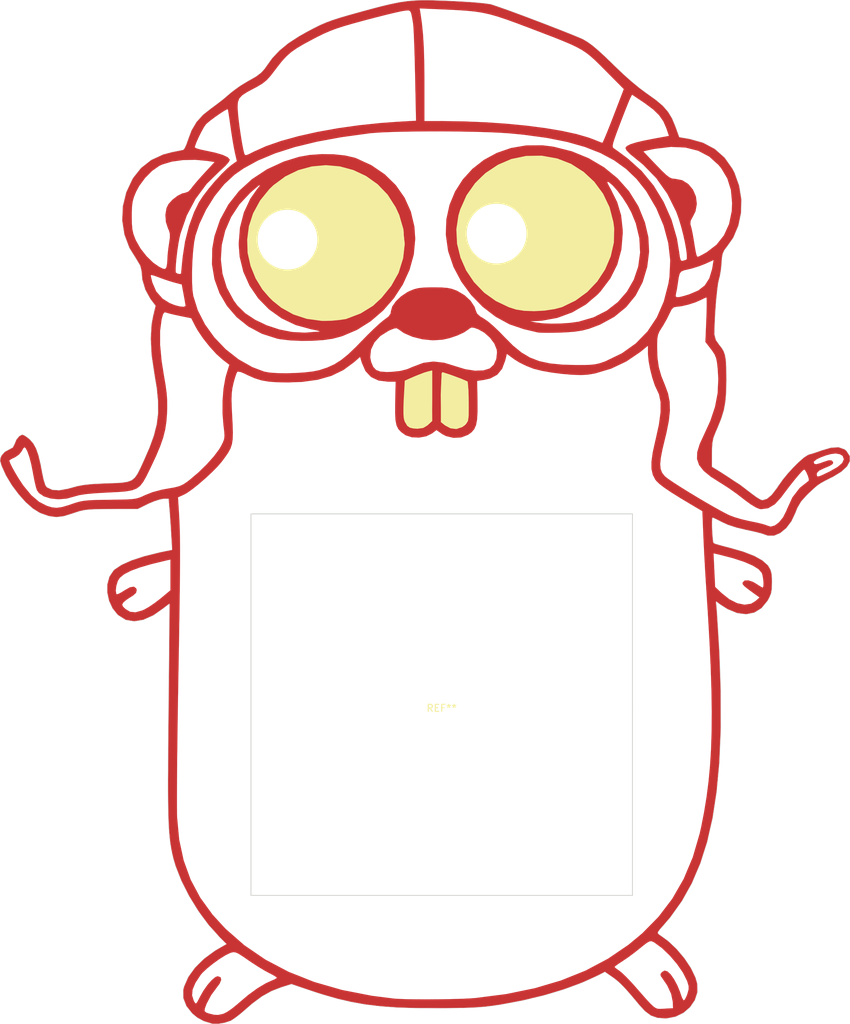
<source format=kicad_pcb>
(kicad_pcb (version 20171130) (host pcbnew "(5.1.2)-1")

  (general
    (thickness 1.6)
    (drawings 603)
    (tracks 0)
    (zones 0)
    (modules 3)
    (nets 1)
  )

  (page A4)
  (layers
    (0 F.Cu signal)
    (31 B.Cu signal)
    (32 B.Adhes user)
    (33 F.Adhes user)
    (34 B.Paste user)
    (35 F.Paste user)
    (36 B.SilkS user)
    (37 F.SilkS user)
    (38 B.Mask user)
    (39 F.Mask user)
    (40 Dwgs.User user)
    (41 Cmts.User user)
    (42 Eco1.User user)
    (43 Eco2.User user)
    (44 Edge.Cuts user)
    (45 Margin user)
    (46 B.CrtYd user)
    (47 F.CrtYd user)
    (48 B.Fab user hide)
    (49 F.Fab user hide)
  )

  (setup
    (last_trace_width 0.2)
    (user_trace_width 0.2)
    (user_trace_width 0.25)
    (user_trace_width 0.4)
    (user_trace_width 0.6)
    (user_trace_width 0.8)
    (trace_clearance 0.2)
    (zone_clearance 0.508)
    (zone_45_only no)
    (trace_min 0.1524)
    (via_size 0.6)
    (via_drill 0.3)
    (via_min_size 0.4)
    (via_min_drill 0.3)
    (user_via 0.9 0.5)
    (user_via 1.2 0.8)
    (user_via 1.4 0.9)
    (user_via 1.5 1)
    (uvia_size 0.3)
    (uvia_drill 0.1)
    (uvias_allowed no)
    (uvia_min_size 0.2)
    (uvia_min_drill 0.1)
    (edge_width 0.05)
    (segment_width 0.2)
    (pcb_text_width 0.3)
    (pcb_text_size 1.5 1.5)
    (mod_edge_width 0.12)
    (mod_text_size 1 1)
    (mod_text_width 0.15)
    (pad_size 1.524 1.524)
    (pad_drill 0.762)
    (pad_to_mask_clearance 0.051)
    (solder_mask_min_width 0.25)
    (aux_axis_origin 0 0)
    (visible_elements 7FFFFFFF)
    (pcbplotparams
      (layerselection 0x010f0_ffffffff)
      (usegerberextensions false)
      (usegerberattributes false)
      (usegerberadvancedattributes false)
      (creategerberjobfile false)
      (excludeedgelayer true)
      (linewidth 0.100000)
      (plotframeref false)
      (viasonmask false)
      (mode 1)
      (useauxorigin false)
      (hpglpennumber 1)
      (hpglpenspeed 20)
      (hpglpendiameter 15.000000)
      (psnegative false)
      (psa4output false)
      (plotreference true)
      (plotvalue true)
      (plotinvisibletext false)
      (padsonsilk false)
      (subtractmaskfromsilk false)
      (outputformat 1)
      (mirror false)
      (drillshape 0)
      (scaleselection 1)
      (outputdirectory "gopher_pilot_m5stack_garber/"))
  )

  (net 0 "")

  (net_class Default "これはデフォルトのネット クラスです。"
    (clearance 0.2)
    (trace_width 0.2)
    (via_dia 0.6)
    (via_drill 0.3)
    (uvia_dia 0.3)
    (uvia_drill 0.1)
  )

  (module XIAO:m5stack_outline (layer F.Cu) (tedit 654715D1) (tstamp 65477312)
    (at 118.5 138.6)
    (fp_text reference REF** (at 0 0.5) (layer F.SilkS)
      (effects (font (size 1 1) (thickness 0.15)))
    )
    (fp_text value m5stack_outline (at 0 -0.5) (layer F.Fab)
      (effects (font (size 1 1) (thickness 0.15)))
    )
    (fp_line (start 27 -27) (end 27 0) (layer Edge.Cuts) (width 0.12))
    (fp_line (start -27 -27) (end 27 -27) (layer Edge.Cuts) (width 0.12))
    (fp_line (start -27 27) (end -27 -27) (layer Edge.Cuts) (width 0.12))
    (fp_line (start 27 27) (end -27 27) (layer Edge.Cuts) (width 0.12))
    (fp_line (start 27 0) (end 27 27) (layer Edge.Cuts) (width 0.12))
  )

  (module nanbuwks:gopher3 (layer F.Cu) (tedit 6319207E) (tstamp 631C3205)
    (at 116.0526 111.22152)
    (fp_text reference G*** (at 0 0) (layer F.SilkS) hide
      (effects (font (size 1.524 1.524) (thickness 0.3)))
    )
    (fp_text value LOGO (at 0.75 0) (layer F.SilkS) hide
      (effects (font (size 1.524 1.524) (thickness 0.3)))
    )
    (fp_poly (pts (xy -29.76 -49.41) (xy -30.32 -48.79) (xy -31.47 -47.55) (xy -32.18 -46.75)
      (xy -32.69 -46.13) (xy -33 -45.73) (xy -33.14 -45.56) (xy -33.42 -45.25)
      (xy -33.91 -45.07) (xy -34.27 -45) (xy -34.95 -44.65) (xy -35.49 -44.24)
      (xy -35.67 -44.1) (xy -36.25 -43.47) (xy -36.52 -42.9) (xy -36.68 -41.94)
      (xy -36.61 -40.95) (xy -36.3 -40) (xy -36.17 -39.73) (xy -36.04 -39.27)
      (xy -36.04 -38.96) (xy -36.04 -38.71) (xy -36.05 -38.63) (xy -36.07 -38.48)
      (xy -36.08 -38.41) (xy -36.09 -38.33) (xy -36.11 -38.19) (xy -36.12 -38.12)
      (xy -36.13 -38.04) (xy -36.16 -37.83) (xy -36.25 -37.29) (xy -36.35 -36.45)
      (xy -36.36 -36.23) (xy -36.4 -35.77) (xy -36.41 -35.41) (xy -36.43 -35.06)
      (xy -36.52 -34.58) (xy -36.58 -34.44) (xy -36.73 -34.29) (xy -37.02 -34.34)
      (xy -37.56 -34.61) (xy -38.38 -35.19) (xy -39.21 -36) (xy -40.18 -37.19)
      (xy -40.86 -38.43) (xy -41.17 -39.24) (xy -41.32 -39.93) (xy -41.4 -40.98)
      (xy -41.4 -42.29) (xy -41.38 -43.02) (xy -41.31 -43.68) (xy -41.28 -43.85)
      (xy -41.09 -44.52) (xy -40.79 -45.24) (xy -40.36 -46.02) (xy -39.5 -47.2)
      (xy -38.51 -48.18) (xy -37.53 -48.86) (xy -37.09 -49.07) (xy -35.75 -49.46)
      (xy -34.15 -49.7) (xy -32.46 -49.73) (xy -30.76 -49.57) (xy -30.24 -49.5)) (layer F.Mask) (width 0.1))
    (fp_poly (pts (xy 31.05 -50.93) (xy 32.58 -51.26) (xy 34.88 -51.54) (xy 36.89 -51.43)
      (xy 38.76 -50.99) (xy 40.26 -50.17) (xy 41.56 -49) (xy 42.05 -48.38)
      (xy 42.81 -47.06) (xy 43.34 -45.49) (xy 43.52 -43.58) (xy 43.48 -42.47)
      (xy 43.13 -40.73) (xy 42.4 -39.12) (xy 41.33 -37.73) (xy 40.38 -37)
      (xy 39.96 -36.68) (xy 39.36 -36.34) (xy 38.7 -36.02) (xy 38.58 -36.08)
      (xy 38.52 -36.28) (xy 38.42 -36.67) (xy 38.25 -37.75) (xy 37.98 -39.35)
      (xy 37.85 -39.89) (xy 37.71 -40.45) (xy 37.66 -40.64) (xy 37.7 -41.1)
      (xy 37.97 -41.61) (xy 38.17 -42.02) (xy 38.38 -42.43) (xy 38.5 -43.09)
      (xy 38.57 -43.49) (xy 38.44 -44.54) (xy 38.11 -45.31) (xy 38.02 -45.52)
      (xy 37.37 -46.31) (xy 36.51 -46.85) (xy 36.16 -46.92) (xy 35.5 -47.05)
      (xy 35.49 -47.05) (xy 35.46 -47.05) (xy 35.36 -47.06) (xy 35.01 -47.11)
      (xy 34.66 -47.28) (xy 34.23 -47.61) (xy 33.75 -48.07) (xy 33.07 -48.76)
      (xy 32.66 -49.18) (xy 32.4 -49.45) (xy 32.18 -49.68) (xy 31.94 -49.93)
      (xy 31.71 -50.18) (xy 31.36 -50.54) (xy 31.16 -50.76) (xy 31.02 -50.92)) (layer F.Mask) (width 0.1))
    (fp_poly (pts (xy 16.34 -50.27) (xy 16.62 -50.27) (xy 18.79 -49.88) (xy 20.74 -49.12)
      (xy 22.51 -47.99) (xy 24.01 -46.6) (xy 25.26 -44.9) (xy 26.17 -42.99)
      (xy 26.7 -40.93) (xy 26.81 -40.08) (xy 26.81 -39.8) (xy 14.56 -39.68)
      (xy 14.48 -40.18) (xy 14.33 -40.74) (xy 14.15 -41.15) (xy 13.97 -41.51)
      (xy 13.71 -41.89) (xy 13.42 -42.25) (xy 13.13 -42.53) (xy 12.83 -42.77)
      (xy 12.6 -42.93) (xy 12.38 -43.07) (xy 11.86 -43.32) (xy 11.47 -43.46)
      (xy 10.88 -43.59) (xy 10.55 -43.63) (xy 10.1 -43.64) (xy 9.92 -43.63)
      (xy 9.59 -43.59) (xy 9.25 -43.53) (xy 8.97 -43.45) (xy 8.62 -43.33)
      (xy 8.26 -43.17) (xy 8.05 -43.06) (xy 7.86 -42.94) (xy 7.7 -42.83)
      (xy 7.28 -42.49) (xy 6.94 -42.15) (xy 6.67 -41.8) (xy 6.47 -41.5)
      (xy 6.31 -41.2) (xy 6.17 -40.86) (xy 6.09 -40.65) (xy 6.01 -40.39)
      (xy 5.95 -40.12) (xy 5.91 -39.87) (xy 4.57 -39.89) (xy 4.61 -40.2)
      (xy 4.7 -40.77) (xy 4.78 -41.32) (xy 4.86 -41.85) (xy 5.12 -42.72)
      (xy 5.52 -43.61) (xy 6 -44.69) (xy 6.67 -45.64) (xy 7.19 -46.38)
      (xy 7.7 -46.89) (xy 8.22 -47.4) (xy 8.71 -47.85) (xy 10.44 -49)
      (xy 12.3 -49.8) (xy 14.41 -50.24) (xy 15.61 -50.26)) (layer F.SilkS) (width 0.1))
    (fp_poly (pts (xy 14.51 -39.63) (xy 26.81 -39.77) (xy 26.79 -38.84) (xy 26.77 -38.06)
      (xy 26.77 -38.03) (xy 26.33 -36.08) (xy 25.54 -34.24) (xy 24.43 -32.54)
      (xy 23.03 -31.07) (xy 21.37 -29.86) (xy 19.46 -28.93) (xy 18.45 -28.66)
      (xy 17.02 -28.44) (xy 15.54 -28.36) (xy 14.13 -28.41) (xy 12.99 -28.59)
      (xy 11.96 -28.92) (xy 10.14 -29.79) (xy 8.51 -30.95) (xy 7.05 -32.46)
      (xy 6.19 -33.74) (xy 5.95 -34.09) (xy 5.15 -35.92) (xy 4.67 -37.85)
      (xy 4.57 -39.84) (xy 5.9 -39.82) (xy 5.88 -38.86) (xy 6.02 -38.14)
      (xy 6.36 -37.28) (xy 6.8 -36.58) (xy 7.49 -35.88) (xy 8.15 -35.44)
      (xy 8.75 -35.18) (xy 9.43 -35.01) (xy 9.89 -34.96) (xy 10.32 -34.94)
      (xy 10.87 -34.98) (xy 11.34 -35.08) (xy 11.85 -35.26) (xy 12.2 -35.41)
      (xy 12.61 -35.66) (xy 12.97 -35.91) (xy 13.36 -36.28) (xy 13.63 -36.58)
      (xy 13.9 -36.97) (xy 14.18 -37.49) (xy 14.39 -38.03) (xy 14.53 -38.77)
      (xy 14.58 -39.24)) (layer F.SilkS) (width 0.1))
    (fp_poly (pts (xy -13.94 -48.93) (xy -11.98 -48.76) (xy -10.07 -48.24) (xy -8.28 -47.4)
      (xy -6.64 -46.23) (xy -5.24 -44.77) (xy -4.12 -43.02) (xy -3.61 -41.92)
      (xy -3.02 -39.9) (xy -2.97 -39.34) (xy -15.04 -38.76) (xy -15.12 -39.4)
      (xy -15.37 -40.15) (xy -15.77 -40.88) (xy -16.21 -41.43) (xy -16.81 -41.95)
      (xy -17.27 -42.25) (xy -17.78 -42.49) (xy -18.36 -42.68) (xy -18.83 -42.76)
      (xy -19.31 -42.79) (xy -19.73 -42.77) (xy -20.15 -42.72) (xy -20.71 -42.58)
      (xy -21.17 -42.41) (xy -21.64 -42.16) (xy -21.92 -41.97) (xy -22.22 -41.74)
      (xy -22.47 -41.5) (xy -22.69 -41.26) (xy -22.98 -40.88) (xy -23.15 -40.61)
      (xy -23.29 -40.34) (xy -23.43 -40.03) (xy -23.55 -39.69) (xy -23.63 -39.37)
      (xy -23.66 -39.18) (xy -24.94 -39.27) (xy -24.84 -39.99) (xy -24.8 -40.33)
      (xy -24.54 -41.12) (xy -24.33 -41.78) (xy -24.2 -42.16) (xy -23.65 -43.17)
      (xy -23.23 -43.94) (xy -22.56 -44.77) (xy -21.9 -45.58) (xy -21.33 -46.12)
      (xy -20.61 -46.65) (xy -20.12 -47.01) (xy -19.68 -47.34) (xy -18.92 -47.71)
      (xy -17.82 -48.24) (xy -15.94 -48.75) (xy -14.32 -48.9)) (layer F.SilkS) (width 0.1))
    (fp_poly (pts (xy -15.05 -38.71) (xy -3.01 -39.31) (xy -2.83 -37.85) (xy -3.06 -35.81)
      (xy -3.7 -33.75) (xy -4.72 -31.94) (xy -6.08 -30.26) (xy -7.3 -29.11)
      (xy -9.04 -28.04) (xy -11.1 -27.25) (xy -12.04 -27.11) (xy -13.1 -27.01)
      (xy -14.18 -26.98) (xy -14.58 -26.99) (xy -15.57 -27.13) (xy -16.63 -27.27)
      (xy -18.53 -27.89) (xy -20.22 -28.83) (xy -21.41 -29.78) (xy -21.98 -30.35)
      (xy -22.89 -31.4) (xy -23.85 -32.96) (xy -24.56 -34.71) (xy -24.98 -36.57)
      (xy -25.02 -37.83) (xy -25.04 -38.43) (xy -24.94 -39.22) (xy -23.67 -39.13)
      (xy -23.73 -38.6) (xy -23.69 -37.89) (xy -23.61 -37.42) (xy -23.46 -36.9)
      (xy -23.25 -36.47) (xy -23.01 -36.04) (xy -22.77 -35.71) (xy -22.45 -35.37)
      (xy -22.14 -35.08) (xy -21.85 -34.86) (xy -21.53 -34.66) (xy -21.16 -34.48)
      (xy -20.82 -34.34) (xy -20.46 -34.23) (xy -20.09 -34.15) (xy -19.7 -34.1)
      (xy -19.32 -34.1) (xy -18.97 -34.11) (xy -18.54 -34.17) (xy -18.24 -34.24)
      (xy -17.93 -34.34) (xy -17.7 -34.43) (xy -17.42 -34.56) (xy -17.19 -34.69)
      (xy -16.93 -34.85) (xy -16.69 -35.02) (xy -16.36 -35.31) (xy -16.19 -35.49)
      (xy -16.03 -35.67) (xy -15.81 -35.96) (xy -15.64 -36.22) (xy -15.56 -36.37)
      (xy -15.43 -36.61) (xy -15.32 -36.89) (xy -15.22 -37.16) (xy -15.12 -37.58)
      (xy -15.04 -38.11)) (layer F.SilkS) (width 0.1))
    (fp_circle (center 10.221073 -39.29) (end 14.041073 -37.34) (layer F.SilkS) (width 0.12))
    (fp_circle (center -19.378927 -38.44) (end -15.558927 -36.49) (layer F.SilkS) (width 0.12))
    (fp_poly (pts (xy -3.97 -25.85) (xy -2.81 -25.18) (xy -1.56 -24.62) (xy -0.18 -24.32)
      (xy 1.15 -24.18) (xy 2.6 -24.26) (xy 3.7 -24.5) (xy 4.71 -24.88)
      (xy 5.1 -25.04) (xy 5.66 -25.3) (xy 6.29 -25.75) (xy 6.43 -25.87)
      (xy 6.71 -26) (xy 7.04 -25.96) (xy 7.63 -25.74) (xy 8.47 -25.27)
      (xy 9.25 -24.56) (xy 9.85 -23.8) (xy 10.21 -22.87) (xy 10.24 -22.49)
      (xy 10.16 -21.53) (xy 9.79 -20.72) (xy 9.22 -20.2) (xy 8.37 -19.95)
      (xy 7.16 -19.9) (xy 5.75 -20.12) (xy 2.86 -21.01) (xy 1.32 -21.2)
      (xy -0.15 -21.01) (xy -2.45 -20.12) (xy -3.45 -19.86) (xy -4.64 -19.74)
      (xy -5.38 -19.71) (xy -6.22 -19.78) (xy -6.86 -20.01) (xy -7.25 -20.44)
      (xy -7.54 -21.13) (xy -7.67 -21.81) (xy -7.56 -22.89) (xy -7.06 -23.92)
      (xy -6.22 -24.81) (xy -5.07 -25.54) (xy -4.25 -25.87)) (layer F.Mask) (width 0.1))
    (fp_poly (pts (xy 1.06 -19.87) (xy 1.06 -18.57) (xy 1.06 -17.06) (xy 1.06 -15.81)
      (xy 1.05 -14.4) (xy 1.06 -12.79) (xy 0.55 -12.32) (xy 0.4 -12.18)
      (xy -0.18 -11.83) (xy -0.98 -11.72) (xy -1.58 -11.76) (xy -2.04 -11.87)
      (xy -2.39 -12.11) (xy -2.71 -12.64) (xy -2.79 -12.82) (xy -2.88 -13.2)
      (xy -2.92 -13.78) (xy -2.92 -14.74) (xy -2.89 -15.62) (xy -2.83 -16.71)
      (xy -2.76 -17.92) (xy -2.74 -18.44) (xy -2.06 -18.75) (xy -1.34 -19.06)
      (xy -0.85 -19.26) (xy -0.01 -19.58) (xy 0.53 -19.74)) (layer F.SilkS) (width 0.1))
    (fp_poly (pts (xy 2.56 -19.63) (xy 3.65 -19.28) (xy 5.2 -18.71) (xy 6.08 -18.32)
      (xy 6.18 -17.2) (xy 6.22 -16) (xy 6.22 -13.49) (xy 6.17 -13.2)
      (xy 6.13 -12.82) (xy 5.91 -12.47) (xy 5.65 -12.18) (xy 5.27 -11.93)
      (xy 4.52 -11.68) (xy 3.71 -11.78) (xy 2.95 -12.18) (xy 2.38 -12.63)
      (xy 2.38 -14.62) (xy 2.36 -16.47) (xy 2.4 -17.6) (xy 2.47 -19.05)
      (xy 2.47 -19.46)) (layer F.SilkS) (width 0.1))
    (fp_poly (pts (xy 40.93 5.98) (xy 41.9 6.21) (xy 43.6 6.66) (xy 45.31 7.19)
      (xy 46.52 7.72) (xy 47.31 8.23) (xy 47.75 8.77) (xy 47.92 9.51)
      (xy 48 10.21) (xy 47.96 10.62) (xy 47.84 10.81) (xy 47.27 10.46)
      (xy 46.68 10.07) (xy 46.53 10) (xy 45.9 9.79) (xy 45.33 9.8)
      (xy 45.03 10.07) (xy 45.02 10.17) (xy 45.07 10.37) (xy 45.3 10.63)
      (xy 45.86 11.07) (xy 46.24 11.35) (xy 46.68 11.67) (xy 47.08 11.96)
      (xy 47.42 12.22) (xy 46.84 12.73) (xy 46.24 13.1) (xy 45.32 13.23)
      (xy 44.26 13.01) (xy 43.16 12.45) (xy 41.16 10.71) (xy 41.03 7.98)) (layer F.Mask) (width 0.1))
    (fp_poly (pts (xy 32.11 60.87) (xy 32.48 61.01) (xy 33.09 61.46) (xy 33.9 62.12)
      (xy 34.61 62.79) (xy 35.26 63.56) (xy 35.7 64.11) (xy 36.41 65.1)
      (xy 36.6 65.37) (xy 37.07 66.26) (xy 37.19 66.61) (xy 37.37 67.2)
      (xy 37.37 67.77) (xy 37.22 68.31) (xy 36.88 69.04) (xy 36.7 69.25)
      (xy 36.63 69.14) (xy 36.47 68.88) (xy 36.19 68.03) (xy 35.81 67.11)
      (xy 35.37 66.29) (xy 34.87 65.57) (xy 34.4 65.13) (xy 33.99 65)
      (xy 33.58 65.24) (xy 33.41 65.5) (xy 33.45 65.8) (xy 33.62 66.02)
      (xy 33.96 66.53) (xy 34.26 66.98) (xy 34.37 67.14) (xy 34.93 68.34)
      (xy 35.12 69.35) (xy 35.18 70.37) (xy 33.25 70.43) (xy 33.01 70.41)
      (xy 32.75 70.32) (xy 32.36 70.04) (xy 31.96 69.67) (xy 31.34 68.99)
      (xy 30.47 68) (xy 29.81 67.24) (xy 29.32 66.68) (xy 28.8 66.13)
      (xy 28.29 65.63) (xy 27.97 65.34) (xy 27.55 65) (xy 27.11 64.7)
      (xy 26.93 64.5) (xy 27.06 64.37) (xy 28.24 63.54) (xy 29.55 62.65)
      (xy 30.4 61.96) (xy 30.73 61.7) (xy 31.28 61.27) (xy 31.88 60.89)) (layer F.Mask) (width 0.1))
    (fp_poly (pts (xy -26.97 62.43) (xy -26.75 62.45) (xy -26.34 62.63) (xy -25.56 63.12)
      (xy -24.86 63.59) (xy -24.46 63.88) (xy -24.1 64.11) (xy -23.55 64.47)
      (xy -23.09 64.75) (xy -22.69 64.99) (xy -21.89 65.42) (xy -21.51 65.63)
      (xy -21.2 65.8) (xy -21.06 65.89) (xy -20.9 66.03) (xy -20.99 66.1)
      (xy -21.18 66.23) (xy -21.7 66.47) (xy -22.39 66.77) (xy -22.73 66.98)
      (xy -23.18 67.24) (xy -23.44 67.4) (xy -23.66 67.53) (xy -24.02 67.79)
      (xy -24.24 67.96) (xy -24.3 68) (xy -24.89 68.42) (xy -25.04 68.54)
      (xy -25.51 68.94) (xy -26.23 69.55) (xy -26.61 69.89) (xy -27.25 70.4)
      (xy -27.62 70.65) (xy -28 70.9) (xy -28.44 71.12) (xy -29.19 71.29)
      (xy -29.79 71.26) (xy -30.44 71.11) (xy -30.88 70.97) (xy -31.11 70.75)
      (xy -31.08 70.39) (xy -30.88 69.86) (xy -30.82 69.7) (xy -30.37 68.84)
      (xy -30.19 68.5) (xy -29.76 67.92) (xy -29.33 67.33) (xy -29.01 66.91)
      (xy -28.76 66.33) (xy -28.85 65.95) (xy -29.19 65.84) (xy -29.27 65.81)
      (xy -29.59 65.93) (xy -30.11 66.35) (xy -30.49 66.78) (xy -30.72 67.05)
      (xy -31.24 67.78) (xy -31.82 68.78) (xy -32.09 69.33) (xy -32.13 69.44)
      (xy -32.33 69.65) (xy -32.45 69.62) (xy -32.62 69.34) (xy -32.73 69.03)
      (xy -32.88 68.52) (xy -32.81 67.71) (xy -32.49 66.96) (xy -32.4 66.74)
      (xy -31.81 65.84) (xy -31.67 65.63) (xy -31.44 65.36) (xy -31.14 65.08)
      (xy -30.77 64.72) (xy -30.15 64.23) (xy -29.59 63.8) (xy -29.02 63.4)
      (xy -28.07 62.8) (xy -27.36 62.47)) (layer F.Mask) (width 0.1))
    (fp_poly (pts (xy -35.96 6.85) (xy -35.95 11.17) (xy -36.49 11.64) (xy -37.65 12.58)
      (xy -38.4 13.14) (xy -38.92 13.49) (xy -39.33 13.73) (xy -39.88 14.01)
      (xy -40.88 14.29) (xy -41.69 14.22) (xy -42.32 13.84) (xy -42.67 13.5)
      (xy -42.77 13.24) (xy -42.63 12.93) (xy -42.11 12.5) (xy -41.55 12.13)
      (xy -41.25 11.95) (xy -40.82 11.56) (xy -40.72 11.16) (xy -40.79 10.92)
      (xy -41.12 10.67) (xy -41.13 10.67) (xy -41.7 10.77) (xy -42.24 11.08)
      (xy -42.55 11.26) (xy -42.88 11.47) (xy -43.34 11.71) (xy -43.57 11.75)
      (xy -43.61 11.7) (xy -43.68 11.25) (xy -43.61 10.58) (xy -43.4 9.87)
      (xy -43.11 9.42) (xy -42.5 8.93) (xy -41.57 8.44) (xy -40.54 8.06)
      (xy -40.26 7.96) (xy -38.7 7.49) (xy -36.75 7.03)) (layer F.Mask) (width 0.1))
    (fp_poly (pts (xy 1.281209 -72.290927) (xy 2.854604 -72.238959) (xy 3.444068 -72.215786) (xy 4.988281 -72.142091)
      (xy 6.43129 -72.051127) (xy 7.695184 -71.949344) (xy 8.702055 -71.843195) (xy 9.373993 -71.739133)
      (xy 9.471186 -71.716633) (xy 9.975498 -71.560278) (xy 10.811174 -71.271211) (xy 11.910606 -70.875173)
      (xy 13.206187 -70.397908) (xy 14.630309 -69.865157) (xy 16.115366 -69.302661) (xy 17.593749 -68.736164)
      (xy 18.997852 -68.191406) (xy 20.260067 -67.694129) (xy 21.312787 -67.270077) (xy 22.088404 -66.94499)
      (xy 22.494068 -66.75809) (xy 23.112957 -66.389985) (xy 23.810441 -65.87927) (xy 24.636666 -65.183114)
      (xy 25.64178 -64.258687) (xy 26.875929 -63.063156) (xy 27.229661 -62.713392) (xy 28.23859 -61.755158)
      (xy 29.328008 -60.791142) (xy 30.379342 -59.922162) (xy 31.274017 -59.249035) (xy 31.427118 -59.144515)
      (xy 32.7427 -58.213336) (xy 33.733523 -57.367955) (xy 34.472683 -56.525412) (xy 35.033277 -55.602747)
      (xy 35.477435 -54.54759) (xy 36.060463 -52.9269) (xy 37.568406 -52.666192) (xy 39.465768 -52.136988)
      (xy 41.110533 -51.254053) (xy 42.489956 -50.026992) (xy 43.591294 -48.465412) (xy 43.875539 -47.912187)
      (xy 44.538014 -46.073005) (xy 44.84469 -44.158536) (xy 44.803229 -42.245402) (xy 44.421294 -40.410227)
      (xy 43.706546 -38.729632) (xy 42.830932 -37.465689) (xy 42.43155 -36.947589) (xy 42.204636 -36.459466)
      (xy 42.092151 -35.830222) (xy 42.047682 -35.156638) (xy 41.962917 -34.228032) (xy 41.813797 -33.334076)
      (xy 41.673351 -32.799131) (xy 41.561417 -32.287669) (xy 41.44318 -31.431371) (xy 41.326592 -30.326897)
      (xy 41.219605 -29.070906) (xy 41.130171 -27.760061) (xy 41.066242 -26.49102) (xy 41.035768 -25.360444)
      (xy 41.034415 -25.03233) (xy 41.246266 -24.22517) (xy 41.717782 -23.53741) (xy 42.085837 -23.072905)
      (xy 42.352351 -22.616606) (xy 42.533469 -22.087091) (xy 42.645334 -21.402939) (xy 42.70409 -20.482727)
      (xy 42.725883 -19.245033) (xy 42.727966 -18.442609) (xy 42.697789 -16.81457) (xy 42.586614 -15.478711)
      (xy 42.363478 -14.288463) (xy 41.997416 -13.097259) (xy 41.457464 -11.758534) (xy 41.188129 -11.153913)
      (xy 40.914928 -10.443101) (xy 40.759081 -9.705577) (xy 40.693089 -8.77786) (xy 40.685153 -8.163624)
      (xy 40.683051 -6.277682) (xy 41.920762 -5.534777) (xy 44.723757 -3.697675) (xy 46.387288 -2.426645)
      (xy 47.009146 -1.965881) (xy 47.548362 -1.647421) (xy 47.847827 -1.5472) (xy 48.478278 -1.731533)
      (xy 49.160165 -2.301111) (xy 49.915181 -3.275479) (xy 50.130127 -3.603794) (xy 50.721089 -4.438033)
      (xy 51.450859 -5.328182) (xy 52.245891 -6.199329) (xy 52.997167 -6.941522) (xy 55.105084 -6.941522)
      (xy 55.188512 -6.69864) (xy 55.482841 -6.651733) (xy 56.054145 -6.80306) (xy 56.560845 -6.991313)
      (xy 57.208839 -7.201304) (xy 57.593705 -7.198706) (xy 57.741177 -7.101748) (xy 57.872178 -6.858676)
      (xy 57.723758 -6.623944) (xy 57.2476 -6.355536) (xy 56.558051 -6.072949) (xy 55.869093 -5.743194)
      (xy 55.56204 -5.413144) (xy 55.535593 -5.270863) (xy 55.549834 -5.025341) (xy 55.64053 -4.910067)
      (xy 55.879638 -4.939454) (xy 56.339119 -5.127915) (xy 57.090931 -5.489863) (xy 57.407111 -5.645721)
      (xy 58.485869 -6.258651) (xy 59.140928 -6.825447) (xy 59.376225 -7.350917) (xy 59.200205 -7.834329)
      (xy 58.806063 -8.069478) (xy 58.230187 -8.172016) (xy 58.207989 -8.172174) (xy 57.576247 -8.096357)
      (xy 56.837043 -7.900069) (xy 56.108233 -7.630052) (xy 55.507672 -7.33305) (xy 55.153217 -7.055807)
      (xy 55.105084 -6.941522) (xy 52.997167 -6.941522) (xy 53.032636 -6.976562) (xy 53.737548 -7.58497)
      (xy 54.287078 -7.949641) (xy 54.459322 -8.013291) (xy 54.954631 -8.151162) (xy 55.669904 -8.388283)
      (xy 56.229792 -8.591201) (xy 57.571321 -8.979811) (xy 58.645718 -9.030868) (xy 59.463822 -8.744131)
      (xy 59.742835 -8.513518) (xy 60.18653 -7.82008) (xy 60.210241 -7.096529) (xy 59.822305 -6.357241)
      (xy 59.031058 -5.616588) (xy 57.844837 -4.888945) (xy 57.55686 -4.744261) (xy 56.730184 -4.334955)
      (xy 56.126201 -4.002013) (xy 55.623297 -3.658455) (xy 55.099853 -3.217302) (xy 54.434255 -2.591573)
      (xy 54.110874 -2.27969) (xy 53.32277 -1.40376) (xy 52.780517 -0.479827) (xy 52.509006 0.200642)
      (xy 51.945202 1.403736) (xy 51.215481 2.374791) (xy 50.380041 3.069403) (xy 49.499077 3.443165)
      (xy 48.632789 3.451672) (xy 48.270128 3.327487) (xy 47.805716 3.167229) (xy 47.042873 2.9636)
      (xy 46.107358 2.748635) (xy 45.544796 2.633261) (xy 44.17702 2.306262) (xy 42.948398 1.901023)
      (xy 42.163359 1.549625) (xy 41.50407 1.208136) (xy 41.002363 0.967873) (xy 40.776703 0.883478)
      (xy 40.720092 1.082596) (xy 40.698287 1.596739) (xy 40.706243 2.301086) (xy 40.738915 3.070821)
      (xy 40.791258 3.781124) (xy 40.858229 4.307176) (xy 40.923549 4.516918) (xy 41.175768 4.621962)
      (xy 41.753085 4.799179) (xy 42.561216 5.020974) (xy 43.231142 5.192301) (xy 45.13883 5.739359)
      (xy 46.682164 6.338957) (xy 47.840261 6.981244) (xy 48.592236 7.656373) (xy 48.665428 7.755124)
      (xy 48.956194 8.254877) (xy 49.115623 8.799136) (xy 49.178948 9.544493) (xy 49.185593 10.066886)
      (xy 49.158883 10.97717) (xy 49.048155 11.634176) (xy 48.807509 12.22463) (xy 48.53983 12.693974)
      (xy 47.707209 13.709458) (xy 46.698229 14.334935) (xy 45.542992 14.568027) (xy 44.271602 14.406352)
      (xy 42.914161 13.847531) (xy 41.926261 13.216873) (xy 41.263455 12.732602) (xy 41.402135 14.593692)
      (xy 41.738975 20.106727) (xy 41.914126 25.401026) (xy 41.924906 30.389367) (xy 41.91142 31.142609)
      (xy 41.72338 35.594596) (xy 41.348143 39.668681) (xy 40.778871 43.388066) (xy 40.008727 46.775954)
      (xy 39.030872 49.855548) (xy 37.838469 52.65005) (xy 36.42468 55.182662) (xy 34.782666 57.476588)
      (xy 33.818945 58.601967) (xy 33.302299 59.185767) (xy 33.049541 59.540654) (xy 33.023008 59.752982)
      (xy 33.185034 59.909107) (xy 33.235227 59.940268) (xy 34.502717 60.856414) (xy 35.718507 62.011913)
      (xy 36.811895 63.315196) (xy 37.712179 64.674691) (xy 38.348657 65.99883) (xy 38.607511 66.898169)
      (xy 38.62339 68.077062) (xy 38.266372 69.191707) (xy 37.594057 70.180334) (xy 36.664049 70.981173)
      (xy 35.533952 71.532456) (xy 34.261368 71.772412) (xy 34.057069 71.777758) (xy 32.970819 71.689519)
      (xy 32.073671 71.372944) (xy 31.246455 70.765865) (xy 30.438899 69.89026) (xy 29.433997 68.685958)
      (xy 28.634867 67.767245) (xy 27.981695 67.072049) (xy 27.414669 66.538295) (xy 26.873977 66.103908)
      (xy 26.605571 65.912012) (xy 25.550973 65.182503) (xy 24.560656 65.692212) (xy 22.339914 66.7056)
      (xy 19.775894 67.648682) (xy 16.953598 68.496056) (xy 13.958027 69.222322) (xy 10.874182 69.802078)
      (xy 10.731624 69.824801) (xy 9.706864 69.977237) (xy 8.741597 70.095704) (xy 7.757699 70.184482)
      (xy 6.677045 70.247851) (xy 5.421511 70.29009) (xy 3.912973 70.31548) (xy 2.073307 70.3283)
      (xy 1.506779 70.330169) (xy -1.391819 70.309092) (xy -3.945691 70.221215) (xy -6.237237 70.055006)
      (xy -8.348856 69.798933) (xy -10.362948 69.441464) (xy -12.361913 68.971066) (xy -14.42815 68.376207)
      (xy -15.927094 67.890207) (xy -18.831307 66.912924) (xy -20.232179 67.356407) (xy -21.653202 67.905857)
      (xy -22.991125 68.650955) (xy -24.360403 69.662105) (xy -25.292373 70.468968) (xy -26.036601 71.110666)
      (xy -26.73954 71.659969) (xy -27.288088 72.030544) (xy -27.444916 72.111987) (xy -28.298271 72.387609)
      (xy -29.197294 72.537985) (xy -29.940837 72.531729) (xy -30.027966 72.515012) (xy -31.204175 72.162359)
      (xy -32.132321 71.666457) (xy -32.834614 71.088528) (xy -33.673396 70.051095) (xy -34.104251 68.925434)
      (xy -34.108764 68.529843) (xy -32.8903 68.529843) (xy -32.651923 69.293988) (xy -32.627741 69.339792)
      (xy -32.457453 69.624845) (xy -32.316145 69.675438) (xy -32.133743 69.44149) (xy -31.840175 68.872919)
      (xy -31.766809 68.724471) (xy -31.264503 67.841147) (xy -30.683616 67.024004) (xy -30.097886 66.358933)
      (xy -29.581054 65.931826) (xy -29.272559 65.81913) (xy -28.8573 65.954562) (xy -28.764508 66.325121)
      (xy -28.990833 66.877205) (xy -29.370155 67.380617) (xy -30.185553 68.487247) (xy -30.836991 69.715963)
      (xy -31.088216 70.392775) (xy -31.124384 70.7452) (xy -30.893334 70.96022) (xy -30.523887 71.090681)
      (xy -29.785628 71.275291) (xy -29.215166 71.299776) (xy -28.58064 71.168224) (xy -28.438851 71.127443)
      (xy -27.944146 70.882453) (xy -27.263116 70.41749) (xy -26.519166 69.819389) (xy -26.28773 69.613841)
      (xy -24.953563 68.482787) (xy -23.637908 67.525602) (xy -22.432861 66.805236) (xy -21.686865 66.469082)
      (xy -21.17786 66.250565) (xy -20.898184 66.069726) (xy -20.879661 66.033385) (xy -21.058147 65.872616)
      (xy -21.519681 65.600699) (xy -21.993654 65.359929) (xy -22.671624 64.993284) (xy -23.554116 64.459273)
      (xy -24.495573 63.84763) (xy -24.931352 63.548846) (xy -25.76557 62.974073) (xy -26.338553 62.617634)
      (xy -26.740358 62.442515) (xy -27.061046 62.411703) (xy -27.390674 62.488182) (xy -27.457839 62.510463)
      (xy -28.134091 62.832513) (xy -28.995101 63.369988) (xy -29.91646 64.030911) (xy -30.773756 64.723305)
      (xy -31.44258 65.355192) (xy -31.672286 65.62622) (xy -32.416169 66.756927) (xy -32.816945 67.704479)
      (xy -32.8903 68.529843) (xy -34.108764 68.529843) (xy -34.117756 67.741684) (xy -34.017808 67.304278)
      (xy -33.423361 65.953042) (xy -32.458717 64.614656) (xy -31.181305 63.353013) (xy -29.648552 62.232001)
      (xy -29.234104 61.982311) (xy -27.991852 61.26398) (xy -28.979632 60.283729) (xy -30.525188 58.563879)
      (xy -31.984379 56.587306) (xy -33.294545 54.460763) (xy -34.39303 52.291009) (xy -35.217175 50.184798)
      (xy -35.518164 49.143478) (xy -35.678939 48.463313) (xy -35.817744 47.784213) (xy -35.935724 47.071121)
      (xy -36.03403 46.288977) (xy -36.113807 45.402723) (xy -36.176203 44.377301) (xy -36.222366 43.177652)
      (xy -36.253444 41.768718) (xy -36.266879 40.472753) (xy -35.034907 40.472753) (xy -35.033327 41.839865)
      (xy -35.023398 42.839371) (xy -35.01153 43.290435) (xy -34.715059 46.487642) (xy -34.081601 49.428504)
      (xy -33.094213 52.152128) (xy -31.73595 54.69762) (xy -29.989871 57.104088) (xy -28.165209 59.092216)
      (xy -25.4949 61.431026) (xy -22.510844 63.467657) (xy -19.213481 65.201926) (xy -15.60325 66.633651)
      (xy -11.680593 67.762648) (xy -7.445948 68.588737) (xy -4.305085 68.985788) (xy -3.510764 69.037076)
      (xy -2.378806 69.07187) (xy -1.001758 69.0908) (xy 0.527831 69.094492) (xy 2.117413 69.083574)
      (xy 3.674442 69.058675) (xy 5.106368 69.020421) (xy 6.320644 68.969441) (xy 7.211017 68.90767)
      (xy 11.592195 68.344556) (xy 15.64377 67.512587) (xy 19.382489 66.405268) (xy 22.825099 65.016105)
      (xy 23.795468 64.501509) (xy 26.912884 64.501509) (xy 27.074164 64.681024) (xy 27.476785 64.964409)
      (xy 27.541071 65.004) (xy 27.948379 65.327519) (xy 28.545666 65.896436) (xy 29.242212 66.621219)
      (xy 29.747426 67.181517) (xy 30.723497 68.296834) (xy 31.458898 69.128784) (xy 32.005957 69.717651)
      (xy 32.417003 70.103717) (xy 32.744364 70.327264) (xy 33.040368 70.428575) (xy 33.357343 70.447933)
      (xy 33.747617 70.42562) (xy 33.945885 70.413517) (xy 35.194068 70.346956) (xy 35.155412 69.429949)
      (xy 34.930637 68.32696) (xy 34.373848 67.125238) (xy 33.750212 66.203245) (xy 33.451904 65.77254)
      (xy 33.420909 65.502299) (xy 33.618395 65.242988) (xy 33.984544 65.013895) (xy 34.408811 65.139022)
      (xy 34.842202 65.539139) (xy 35.329705 66.236909) (xy 35.798504 67.107881) (xy 36.175782 68.027607)
      (xy 36.265284 68.311873) (xy 36.466879 68.875591) (xy 36.661298 69.206314) (xy 36.724606 69.242609)
      (xy 36.90455 69.053671) (xy 37.132839 68.577809) (xy 37.223841 68.329243) (xy 37.399103 67.698229)
      (xy 37.398078 67.193206) (xy 37.213705 66.571788) (xy 37.169159 66.451851) (xy 36.600366 65.315298)
      (xy 35.753955 64.089909) (xy 34.732578 62.893936) (xy 33.638891 61.845626) (xy 32.575546 61.063228)
      (xy 32.406934 60.966134) (xy 32.130882 60.857108) (xy 31.845815 60.890403) (xy 31.459939 61.108821)
      (xy 30.881463 61.555162) (xy 30.540064 61.836617) (xy 29.707607 62.497837) (xy 28.822452 63.152584)
      (xy 28.070417 63.663621) (xy 28.042969 63.68086) (xy 27.451173 64.067973) (xy 27.041678 64.368615)
      (xy 26.912884 64.501509) (xy 23.795468 64.501509) (xy 25.988349 63.338604) (xy 28.888987 61.366271)
      (xy 30.840646 59.745217) (xy 33.135188 57.414432) (xy 35.082055 54.860514) (xy 36.694643 52.059314)
      (xy 37.986347 48.986679) (xy 38.97056 45.61846) (xy 39.170412 44.726087) (xy 39.587807 42.598247)
      (xy 39.936252 40.467506) (xy 40.216678 38.293182) (xy 40.430018 36.034591) (xy 40.577201 33.651051)
      (xy 40.65916 31.101877) (xy 40.676824 28.346388) (xy 40.631127 25.3439) (xy 40.522997 22.053729)
      (xy 40.353367 18.435194) (xy 40.123169 14.447611) (xy 39.931216 11.485217) (xy 39.823681 9.80781)
      (xy 39.716051 7.992216) (xy 39.61679 6.190858) (xy 39.605213 5.961246) (xy 40.922317 5.961246)
      (xy 41.149955 10.712174) (xy 42.046587 11.571244) (xy 43.15865 12.460803) (xy 44.265755 13.020664)
      (xy 45.311619 13.237222) (xy 46.239961 13.096874) (xy 46.845915 12.731208) (xy 47.436176 12.210242)
      (xy 46.481223 11.520322) (xy 45.737887 10.973617) (xy 45.289752 10.609164) (xy 45.073924 10.364011)
      (xy 45.027512 10.175206) (xy 45.047288 10.085031) (xy 45.332535 9.811167) (xy 45.86019 9.790333)
      (xy 46.526234 10.013301) (xy 46.938004 10.252761) (xy 47.457059 10.590306) (xy 47.813675 10.794675)
      (xy 47.889452 10.822609) (xy 47.985328 10.632019) (xy 48.002561 10.162391) (xy 47.951274 9.566932)
      (xy 47.841585 8.998851) (xy 47.751474 8.733807) (xy 47.315967 8.218671) (xy 46.475881 7.692687)
      (xy 45.256633 7.166597) (xy 43.683637 6.651142) (xy 41.78231 6.157064) (xy 41.50226 6.092677)
      (xy 40.922317 5.961246) (xy 39.605213 5.961246) (xy 39.534363 4.556155) (xy 39.486389 3.474749)
      (xy 39.345839 -0.007893) (xy 37.808089 -0.914462) (xy 36.195094 -1.879912) (xy 34.929063 -2.672439)
      (xy 33.972551 -3.317992) (xy 33.288109 -3.842522) (xy 32.838292 -4.271979) (xy 32.686489 -4.463726)
      (xy 32.325794 -5.159401) (xy 32.144291 -5.99193) (xy 32.142495 -7.025445) (xy 32.320921 -8.324081)
      (xy 32.680084 -9.951971) (xy 32.732192 -10.16) (xy 33.197354 -12.274037) (xy 33.430965 -14.032703)
      (xy 33.433631 -15.452633) (xy 33.205958 -16.550461) (xy 32.982207 -17.023939) (xy 32.618675 -17.806223)
      (xy 32.26418 -18.874803) (xy 31.957572 -20.075298) (xy 31.737698 -21.253323) (xy 31.643409 -22.254496)
      (xy 31.642373 -22.348293) (xy 31.642373 -23.151509) (xy 32.93916 -23.151509) (xy 32.993495 -21.650487)
      (xy 33.174851 -20.38342) (xy 33.525223 -19.151317) (xy 34.070077 -17.792741) (xy 34.486221 -16.652278)
      (xy 34.713243 -15.49779) (xy 34.750895 -14.243119) (xy 34.598928 -12.802104) (xy 34.257094 -11.088587)
      (xy 34.048255 -10.233112) (xy 33.68264 -8.716562) (xy 33.458077 -7.549372) (xy 33.374768 -6.663475)
      (xy 33.432914 -5.990802) (xy 33.632718 -5.463287) (xy 33.97438 -5.012861) (xy 34.063983 -4.921879)
      (xy 34.465923 -4.603338) (xy 35.175415 -4.116937) (xy 36.121596 -3.505458) (xy 37.233607 -2.811681)
      (xy 38.440585 -2.078386) (xy 39.671671 -1.348353) (xy 40.856002 -0.664364) (xy 41.922717 -0.069198)
      (xy 42.800956 0.394364) (xy 43.158474 0.568665) (xy 43.88384 0.844719) (xy 44.855337 1.13267)
      (xy 45.89309 1.380701) (xy 46.165599 1.434914) (xy 47.061613 1.618405) (xy 47.817945 1.799532)
      (xy 48.317711 1.949208) (xy 48.425768 1.997341) (xy 49.005071 2.186764) (xy 49.601968 2.01849)
      (xy 50.200561 1.569023) (xy 50.773294 0.86099) (xy 51.245065 -0.070637) (xy 51.311732 -0.253151)
      (xy 52.087575 -1.950498) (xy 53.138675 -3.315065) (xy 54.399674 -4.303067) (xy 54.420072 -4.534283)
      (xy 54.293795 -4.976184) (xy 54.089508 -5.460639) (xy 53.875874 -5.819517) (xy 53.745945 -5.903788)
      (xy 53.481603 -5.686506) (xy 53.012656 -5.174522) (xy 52.38952 -4.429026) (xy 51.662609 -3.511212)
      (xy 50.882339 -2.482271) (xy 50.51322 -1.980024) (xy 49.609442 -0.986534) (xy 48.658852 -0.420996)
      (xy 47.672404 -0.289296) (xy 47.429604 -0.323268) (xy 46.918932 -0.530328) (xy 46.202379 -0.961823)
      (xy 45.394088 -1.546714) (xy 45.150418 -1.741767) (xy 44.198797 -2.475419) (xy 43.115827 -3.240152)
      (xy 42.112981 -3.887587) (xy 41.974576 -3.970093) (xy 40.559672 -4.868977) (xy 39.537768 -5.702134)
      (xy 38.887948 -6.525282) (xy 38.589293 -7.394141) (xy 38.620886 -8.364431) (xy 38.961809 -9.49187)
      (xy 39.479581 -10.616158) (xy 40.468728 -12.772502) (xy 41.136789 -14.768172) (xy 41.506581 -16.708229)
      (xy 41.600922 -18.697729) (xy 41.527339 -20.044808) (xy 41.426277 -20.999447) (xy 41.294578 -21.661255)
      (xy 41.082872 -22.178721) (xy 40.741789 -22.700333) (xy 40.567798 -22.930764) (xy 39.7728 -23.964348)
      (xy 39.905808 -27.111739) (xy 39.945336 -28.232919) (xy 39.963686 -29.177892) (xy 39.96051 -29.868483)
      (xy 39.935463 -30.226517) (xy 39.919735 -30.259131) (xy 39.667314 -30.166971) (xy 39.201361 -29.940458)
      (xy 39.111768 -29.89342) (xy 38.317604 -29.550169) (xy 37.352238 -29.241035) (xy 36.404807 -29.018886)
      (xy 35.688462 -28.936535) (xy 35.293345 -28.86121) (xy 34.994673 -28.57024) (xy 34.686594 -27.959665)
      (xy 34.681283 -27.947363) (xy 34.288503 -27.148512) (xy 33.795584 -26.288137) (xy 33.594939 -25.974959)
      (xy 33.264463 -25.444801) (xy 33.06757 -24.976227) (xy 32.970657 -24.424557) (xy 32.94012 -23.645111)
      (xy 32.93916 -23.151509) (xy 31.642373 -23.151509) (xy 31.642373 -23.422446) (xy 30.522273 -22.513961)
      (xy 28.582516 -21.196664) (xy 26.414727 -20.173416) (xy 24.149018 -19.50028) (xy 23.121233 -19.325117)
      (xy 22.134522 -19.27429) (xy 20.861451 -19.318083) (xy 19.432806 -19.4419) (xy 17.979372 -19.631149)
      (xy 16.631933 -19.871234) (xy 15.521273 -20.147562) (xy 15.395446 -20.187225) (xy 14.432963 -20.561612)
      (xy 13.468249 -21.035062) (xy 12.728223 -21.492891) (xy 11.666854 -22.2753) (xy 11.43623 -21.335515)
      (xy 10.99376 -20.153065) (xy 10.309508 -19.31987) (xy 9.339138 -18.795229) (xy 8.441231 -18.586107)
      (xy 7.463659 -18.442609) (xy 7.513502 -15.534334) (xy 7.516926 -14.085902) (xy 7.456201 -13.00147)
      (xy 7.309954 -12.205487) (xy 7.056813 -11.622398) (xy 6.675405 -11.176653) (xy 6.178109 -10.813667)
      (xy 5.207113 -10.44108) (xy 4.106417 -10.384481) (xy 3.041712 -10.638512) (xy 2.496342 -10.932738)
      (xy 1.703794 -11.484605) (xy 1.067754 -11.002093) (xy 0.254149 -10.604617) (xy -0.748344 -10.421636)
      (xy -1.766021 -10.462394) (xy -2.625178 -10.736131) (xy -2.732796 -10.799885) (xy -3.288973 -11.198872)
      (xy -3.683487 -11.618125) (xy -3.941052 -12.138763) (xy -4.086383 -12.841906) (xy -4.143925 -13.804159)
      (xy -2.940456 -13.804159) (xy -2.889471 -13.211118) (xy -2.778369 -12.784652) (xy -2.701211 -12.610465)
      (xy -2.405031 -12.12356) (xy -2.050613 -11.85938) (xy -1.499285 -11.747842) (xy -0.946263 -11.723524)
      (xy -0.163115 -11.81955) (xy 0.450809 -12.195886) (xy 0.506703 -12.247715) (xy 1.076271 -12.789342)
      (xy 1.076271 -16.139509) (xy 2.367796 -16.139509) (xy 2.367796 -12.621627) (xy 2.934961 -12.163857)
      (xy 3.692726 -11.782585) (xy 4.546732 -11.697818) (xy 5.341343 -11.905441) (xy 5.794689 -12.239503)
      (xy 5.99979 -12.4929) (xy 6.136596 -12.780114) (xy 6.217631 -13.189285) (xy 6.255417 -13.808555)
      (xy 6.262478 -14.726064) (xy 6.25683 -15.492329) (xy 6.234811 -16.545487) (xy 6.193929 -17.431611)
      (xy 6.139911 -18.060766) (xy 6.078486 -18.343015) (xy 6.075042 -18.346656) (xy 5.808563 -18.48009)
      (xy 5.256465 -18.706689) (xy 4.541861 -18.980905) (xy 3.787864 -19.257192) (xy 3.117588 -19.490002)
      (xy 2.654146 -19.63379) (xy 2.529237 -19.658455) (xy 2.47461 -19.449572) (xy 2.427889 -18.873092)
      (xy 2.392473 -18.003131) (xy 2.371763 -16.913809) (xy 2.367796 -16.139509) (xy 1.076271 -16.139509)
      (xy 1.076271 -19.886677) (xy 0.484322 -19.743073) (xy -0.026047 -19.580932) (xy -0.756876 -19.303987)
      (xy -1.423419 -19.026342) (xy -2.73921 -18.453216) (xy -2.882389 -15.85364) (xy -2.936402 -14.654693)
      (xy -2.940456 -13.804159) (xy -4.143925 -13.804159) (xy -4.144195 -13.808674) (xy -4.139204 -15.120187)
      (xy -4.133577 -15.397568) (xy -4.069695 -18.332174) (xy -5.162948 -18.332174) (xy -6.499207 -18.496431)
      (xy -7.554586 -18.993709) (xy -8.338439 -19.830772) (xy -8.856633 -21.002395) (xy -9.090576 -21.803599)
      (xy -7.676121 -21.803599) (xy -7.538749 -21.108125) (xy -7.246941 -20.42713) (xy -6.840938 -19.991799)
      (xy -6.236314 -19.761933) (xy -5.348645 -19.69733) (xy -4.627966 -19.722138) (xy -3.438817 -19.844643)
      (xy -2.461459 -20.091149) (xy -1.614407 -20.448027) (xy -0.151122 -20.998593) (xy 1.288318 -21.185681)
      (xy 2.799627 -21.011102) (xy 4.265955 -20.559391) (xy 5.770005 -20.098357) (xy 7.161717 -19.886032)
      (xy 8.362277 -19.928011) (xy 9.248692 -20.205724) (xy 9.817249 -20.736654) (xy 10.177207 -21.542675)
      (xy 10.278803 -22.488305) (xy 10.233737 -22.887574) (xy 9.901326 -23.724732) (xy 9.268915 -24.567247)
      (xy 8.448482 -25.292281) (xy 7.62464 -25.74966) (xy 7.02529 -25.964473) (xy 6.669347 -26.005824)
      (xy 6.405306 -25.876128) (xy 6.285122 -25.771001) (xy 5.618036 -25.315737) (xy 4.666074 -24.874027)
      (xy 3.572706 -24.503665) (xy 2.578115 -24.277741) (xy 1.184113 -24.188231) (xy -0.27952 -24.334936)
      (xy -1.685653 -24.687916) (xy -2.907153 -25.21723) (xy -3.667129 -25.748549) (xy -3.922774 -25.895335)
      (xy -4.266667 -25.869185) (xy -4.822386 -25.65143) (xy -5.067848 -25.536944) (xy -6.225262 -24.81031)
      (xy -7.066604 -23.908547) (xy -7.560637 -22.887646) (xy -7.676121 -21.803599) (xy -9.090576 -21.803599)
      (xy -9.102913 -21.845849) (xy -9.986626 -21.069627) (xy -11.478267 -19.976229) (xy -13.167931 -19.16)
      (xy -15.101466 -18.606907) (xy -17.324718 -18.302918) (xy -19.265255 -18.229762) (xy -20.802155 -18.250985)
      (xy -22.027522 -18.339604) (xy -23.058206 -18.519218) (xy -24.011061 -18.813426) (xy -25.002939 -19.245824)
      (xy -25.479424 -19.484695) (xy -26.026039 -19.708071) (xy -26.415997 -19.762174) (xy -26.493042 -19.728531)
      (xy -26.636016 -19.43196) (xy -26.833876 -18.836944) (xy -27.03409 -18.109331) (xy -27.189434 -17.388959)
      (xy -27.278435 -16.663885) (xy -27.306563 -15.815663) (xy -27.279287 -14.725847) (xy -27.232899 -13.804348)
      (xy -27.151718 -12.275059) (xy -27.115599 -11.101504) (xy -27.142941 -10.198524) (xy -27.252144 -9.480962)
      (xy -27.461608 -8.86366) (xy -27.789731 -8.26146) (xy -28.254915 -7.589204) (xy -28.706079 -6.986138)
      (xy -29.282328 -6.314845) (xy -30.075236 -5.512883) (xy -30.993875 -4.659856) (xy -31.947316 -3.83537)
      (xy -32.844631 -3.119028) (xy -33.594893 -2.590436) (xy -33.962328 -2.38446) (xy -34.883129 -1.961735)
      (xy -34.741768 0.289133) (xy -34.697679 1.052846) (xy -34.66113 1.84303) (xy -34.632263 2.692243)
      (xy -34.611215 3.633041) (xy -34.598127 4.697981) (xy -34.593137 5.919618) (xy -34.596386 7.330511)
      (xy -34.608013 8.963215) (xy -34.628156 10.850287) (xy -34.656956 13.024284) (xy -34.694553 15.517763)
      (xy -34.741084 18.363279) (xy -34.79669 21.593391) (xy -34.844572 24.295652) (xy -34.890641 27.007457)
      (xy -34.93106 29.658793) (xy -34.965443 32.205783) (xy -34.993405 34.604551) (xy -35.01456 36.81122)
      (xy -35.028522 38.781913) (xy -35.034907 40.472753) (xy -36.266879 40.472753) (xy -36.270584 40.11544)
      (xy -36.274934 38.182759) (xy -36.267642 35.935618) (xy -36.249854 33.338957) (xy -36.222719 30.357718)
      (xy -36.201394 28.271304) (xy -36.175041 25.728574) (xy -36.150827 23.318296) (xy -36.129063 21.076379)
      (xy -36.110062 19.03873) (xy -36.094136 17.241258) (xy -36.081596 15.719868) (xy -36.072756 14.510471)
      (xy -36.067927 13.648972) (xy -36.067422 13.17128) (xy -36.069382 13.08367) (xy -36.235906 13.174182)
      (xy -36.631964 13.469273) (xy -36.936819 13.713357) (xy -38.396155 14.734131) (xy -39.781694 15.354335)
      (xy -41.073551 15.568364) (xy -42.251839 15.370614) (xy -42.482595 15.276425) (xy -43.411911 14.644744)
      (xy -44.132821 13.743562) (xy -44.627656 12.664383) (xy -44.878753 11.498714) (xy -44.876549 11.250533)
      (xy -43.694224 11.250533) (xy -43.613129 11.703693) (xy -43.571912 11.760415) (xy -43.340429 11.719355)
      (xy -42.878412 11.477214) (xy -42.495026 11.228979) (xy -41.697412 10.776304) (xy -41.126772 10.674252)
      (xy -40.796578 10.923308) (xy -40.727758 11.165464) (xy -40.818562 11.55192) (xy -41.24603 11.938976)
      (xy -41.506987 12.099903) (xy -42.095417 12.481216) (xy -42.548889 12.847716) (xy -42.639183 12.944167)
      (xy -42.787255 13.224664) (xy -42.668535 13.50201) (xy -42.332273 13.829645) (xy -41.661272 14.239672)
      (xy -40.902385 14.314017) (xy -39.969803 14.055139) (xy -39.630852 13.907068) (xy -38.994641 13.546557)
      (xy -38.196261 13.005316) (xy -37.397363 12.393705) (xy -37.316869 12.327266) (xy -35.947458 11.187217)
      (xy -35.947458 6.83854) (xy -36.539407 6.971898) (xy -38.603953 7.471827) (xy -40.265945 7.954232)
      (xy -41.552416 8.430509) (xy -42.490397 8.912054) (xy -43.10692 9.410261) (xy -43.402365 9.86495)
      (xy -43.619289 10.585294) (xy -43.694224 11.250533) (xy -44.876549 11.250533) (xy -44.868444 10.33806)
      (xy -44.579063 9.273924) (xy -43.992943 8.397814) (xy -43.83852 8.253176) (xy -42.853164 7.598284)
      (xy -41.461142 6.976297) (xy -39.685639 6.395681) (xy -37.549839 5.864902) (xy -36.953981 5.739287)
      (xy -35.700334 5.483632) (xy -35.830093 3.238772) (xy -35.900336 2.094128) (xy -35.978238 0.935158)
      (xy -36.051038 -0.051831) (xy -36.078415 -0.386522) (xy -36.196978 -1.766957) (xy -36.909068 -1.766957)
      (xy -37.456461 -1.672229) (xy -38.22371 -1.423121) (xy -39.050355 -1.072247) (xy -39.09829 -1.049131)
      (xy -40.575424 -0.331304) (xy -44.342373 -0.319736) (xy -45.726842 -0.311579) (xy -46.770584 -0.28996)
      (xy -47.563368 -0.244554) (xy -48.194967 -0.165035) (xy -48.755149 -0.041079) (xy -49.333686 0.13764)
      (xy -49.825579 0.310921) (xy -51.067459 0.688855) (xy -52.111563 0.814699) (xy -53.116238 0.684561)
      (xy -54.239836 0.294551) (xy -54.465882 0.196915) (xy -55.420122 -0.390532) (xy -56.447256 -1.304108)
      (xy -57.474937 -2.454098) (xy -58.430821 -3.750789) (xy -59.24256 -5.104467) (xy -59.837809 -6.42542)
      (xy -59.863011 -6.495856) (xy -60.031424 -7.099383) (xy -60.025939 -7.167954) (xy -58.764407 -7.167954)
      (xy -58.651955 -6.819132) (xy -58.353081 -6.208871) (xy -57.925507 -5.439568) (xy -57.426956 -4.61362)
      (xy -56.915148 -3.833424) (xy -56.761885 -3.615558) (xy -55.651542 -2.26678) (xy -54.532716 -1.317912)
      (xy -53.437302 -0.756866) (xy -52.712048 -0.539446) (xy -52.044255 -0.478158) (xy -51.301208 -0.582593)
      (xy -50.350189 -0.862342) (xy -49.922872 -1.010834) (xy -49.299208 -1.220971) (xy -48.729528 -1.373584)
      (xy -48.124573 -1.478775) (xy -47.395084 -1.54665) (xy -46.451801 -1.587315) (xy -45.205464 -1.610873)
      (xy -44.557627 -1.618225) (xy -43.190568 -1.634887) (xy -42.173667 -1.660009) (xy -41.426576 -1.704144)
      (xy -40.86895 -1.777848) (xy -40.420443 -1.891675) (xy -40.000708 -2.056179) (xy -39.538102 -2.277599)
      (xy -38.474979 -2.696341) (xy -37.172143 -3.043523) (xy -36.356972 -3.194288) (xy -35.381061 -3.361267)
      (xy -34.68517 -3.544459) (xy -34.120862 -3.803147) (xy -33.539699 -4.196616) (xy -33.211373 -4.450602)
      (xy -31.986445 -5.493269) (xy -30.832979 -6.615163) (xy -29.83381 -7.727122) (xy -29.071775 -8.739985)
      (xy -28.791284 -9.208185) (xy -28.505128 -9.77305) (xy -28.345263 -10.219353) (xy -28.29487 -10.689351)
      (xy -28.337131 -11.325298) (xy -28.441616 -12.165736) (xy -28.578854 -13.86869) (xy -28.573434 -15.653919)
      (xy -28.43386 -17.371393) (xy -28.168635 -18.871085) (xy -28.03374 -19.362089) (xy -27.609343 -20.723309)
      (xy -28.574197 -21.46035) (xy -29.447259 -22.243019) (xy -30.399824 -23.283384) (xy -31.319432 -24.443749)
      (xy -32.093623 -25.586417) (xy -32.427303 -26.178145) (xy -33.007191 -27.314608) (xy -34.638765 -27.645127)
      (xy -35.467772 -27.824012) (xy -36.157842 -27.99272) (xy -36.576761 -28.118578) (xy -36.608189 -28.131811)
      (xy -36.830392 -28.137917) (xy -37.006443 -27.864469) (xy -37.18264 -27.235343) (xy -37.200139 -27.158442)
      (xy -37.416023 -25.532495) (xy -37.416371 -23.557886) (xy -37.202479 -21.267572) (xy -36.891762 -19.305046)
      (xy -36.643477 -17.860471) (xy -36.4887 -16.695614) (xy -36.414805 -15.662088) (xy -36.409166 -14.611505)
      (xy -36.433135 -13.914783) (xy -36.523557 -12.682697) (xy -36.6962 -11.547731) (xy -36.979311 -10.417517)
      (xy -37.401133 -9.199689) (xy -37.989912 -7.801879) (xy -38.773892 -6.131721) (xy -38.879493 -5.914631)
      (xy -39.379534 -4.905293) (xy -39.809006 -4.143439) (xy -40.238715 -3.591061) (xy -40.739467 -3.210149)
      (xy -41.382069 -2.962694) (xy -42.237327 -2.810687) (xy -43.376047 -2.716118) (xy -44.869037 -2.640979)
      (xy -44.988136 -2.635489) (xy -46.638441 -2.540813) (xy -47.90617 -2.424297) (xy -48.83897 -2.280229)
      (xy -49.484486 -2.102899) (xy -49.508475 -2.093682) (xy -50.648383 -1.781935) (xy -51.817916 -1.690192)
      (xy -52.923776 -1.802889) (xy -53.872664 -2.104464) (xy -54.571279 -2.579351) (xy -54.85215 -2.985084)
      (xy -54.994783 -3.439032) (xy -55.173321 -4.195713) (xy -55.357414 -5.12138) (xy -55.428528 -5.525058)
      (xy -55.656705 -6.670906) (xy -55.920819 -7.673928) (xy -56.194471 -8.455716) (xy -56.451264 -8.937857)
      (xy -56.617181 -9.055652) (xy -56.798391 -8.878105) (xy -57.008303 -8.492002) (xy -57.373346 -8.028691)
      (xy -57.935357 -7.640461) (xy -58.011499 -7.605559) (xy -58.495996 -7.370739) (xy -58.752277 -7.193676)
      (xy -58.764407 -7.167954) (xy -60.025939 -7.167954) (xy -59.9963 -7.53843) (xy -59.830239 -7.902125)
      (xy -59.38489 -8.391842) (xy -58.830496 -8.689203) (xy -58.247193 -9.012891) (xy -58.01097 -9.469204)
      (xy -57.742956 -10.118717) (xy -57.343855 -10.615116) (xy -56.924521 -10.822265) (xy -56.908874 -10.822609)
      (xy -56.587452 -10.686031) (xy -56.104326 -10.341306) (xy -55.879931 -10.149702) (xy -55.389625 -9.599478)
      (xy -54.988824 -8.880438) (xy -54.649824 -7.918935) (xy -54.344919 -6.641323) (xy -54.136008 -5.514044)
      (xy -53.907271 -4.415232) (xy -53.662691 -3.678592) (xy -53.454765 -3.371071) (xy -52.687154 -3.012165)
      (xy -51.694654 -2.94616) (xy -50.434852 -3.172327) (xy -49.953016 -3.311021) (xy -49.061356 -3.549934)
      (xy -48.112537 -3.718045) (xy -46.988556 -3.830627) (xy -45.571409 -3.90295) (xy -45.311017 -3.911759)
      (xy -43.882097 -3.958761) (xy -42.809534 -4.02267) (xy -42.019825 -4.144657) (xy -41.43947 -4.365892)
      (xy -40.994966 -4.727545) (xy -40.612811 -5.270786) (xy -40.219504 -6.036786) (xy -39.763657 -7.018964)
      (xy -38.900607 -8.9908) (xy -38.275057 -10.717592) (xy -37.873186 -12.309643) (xy -37.681172 -13.877253)
      (xy -37.685193 -15.530726) (xy -37.871428 -17.380363) (xy -38.207627 -19.436522) (xy -38.597 -22.088962)
      (xy -38.728497 -24.420087) (xy -38.602854 -26.461735) (xy -38.396446 -27.594863) (xy -38.047128 -29.079887)
      (xy -38.807065 -30.10143) (xy -39.487633 -31.32935) (xy -39.914438 -32.775055) (xy -39.975058 -33.403299)
      (xy -38.744563 -33.403299) (xy -38.691434 -33.104659) (xy -38.56024 -32.556909) (xy -38.50817 -32.357391)
      (xy -37.959813 -31.094963) (xy -37.06484 -30.086603) (xy -36.080276 -29.464477) (xy -35.340254 -29.167104)
      (xy -34.649107 -28.983583) (xy -34.110315 -28.930531) (xy -33.827356 -29.024569) (xy -33.808189 -29.099565)
      (xy -33.852756 -29.387768) (xy -33.956076 -29.977415) (xy -34.084079 -30.677467) (xy -34.346696 -32.089717)
      (xy -35.416145 -32.370604) (xy -36.277421 -32.628594) (xy -37.227064 -32.958436) (xy -37.615678 -33.10861)
      (xy -38.224795 -33.329268) (xy -38.634598 -33.428451) (xy -38.744563 -33.403299) (xy -39.975058 -33.403299)
      (xy -40.037288 -34.048218) (xy -40.206143 -34.756973) (xy -40.664799 -35.536284) (xy -40.675978 -35.550836)
      (xy -41.759548 -37.294192) (xy -42.456213 -39.179539) (xy -42.763312 -41.149655) (xy -42.73797 -41.744348)
      (xy -41.428119 -41.744348) (xy -41.411399 -40.6766) (xy -41.343129 -39.894739) (xy -41.196145 -39.243621)
      (xy -40.943282 -38.568104) (xy -40.824421 -38.296488) (xy -40.192218 -37.185765) (xy -39.339936 -36.099001)
      (xy -38.389004 -35.173784) (xy -37.561865 -34.599716) (xy -37.017942 -34.327769) (xy -36.726929 -34.274741)
      (xy -36.706491 -34.295954) (xy -35.218212 -34.295954) (xy -35.205925 -33.848803) (xy -35.185294 -33.778476)
      (xy -34.948044 -33.622739) (xy -34.623066 -33.566006) (xy -34.442009 -33.645382) (xy -34.440678 -33.659207)
      (xy -34.421337 -33.886542) (xy -32.898442 -33.886542) (xy -32.895434 -32.492335) (xy -32.834434 -31.298508)
      (xy -32.72612 -30.497418) (xy -32.082164 -28.435739) (xy -31.063453 -26.445602) (xy -29.725577 -24.586473)
      (xy -28.124129 -22.917818) (xy -26.3147 -21.499102) (xy -24.352882 -20.389793) (xy -22.686062 -19.757646)
      (xy -21.919171 -19.61944) (xy -20.842495 -19.542185) (xy -19.572211 -19.522828) (xy -18.2245 -19.558317)
      (xy -16.91554 -19.645601) (xy -15.761511 -19.781626) (xy -14.880832 -19.962699) (xy -13.738433 -20.340336)
      (xy -12.731103 -20.802681) (xy -11.772808 -21.408646) (xy -10.777515 -22.217142) (xy -9.659192 -23.287079)
      (xy -8.937856 -24.032152) (xy -8.045903 -24.947459) (xy -7.179328 -25.79477) (xy -6.41617 -26.500673)
      (xy -5.834471 -26.991754) (xy -5.650809 -27.124326) (xy -5.062584 -27.569349) (xy -4.78853 -27.973908)
      (xy -4.735978 -28.325886) (xy -4.549208 -28.97837) (xy -4.045545 -29.702001) (xy -3.308846 -30.40654)
      (xy -2.422967 -31.001746) (xy -2.09693 -31.165821) (xy -1.48997 -31.412464) (xy -0.88652 -31.567584)
      (xy -0.158492 -31.650753) (xy 0.822204 -31.681544) (xy 1.291525 -31.683583) (xy 2.402256 -31.667719)
      (xy 3.21142 -31.607041) (xy 3.847259 -31.481915) (xy 4.438013 -31.27271) (xy 4.683346 -31.164336)
      (xy 5.701565 -30.554653) (xy 6.534462 -29.781432) (xy 7.090155 -28.941424) (xy 7.24906 -28.46265)
      (xy 7.447966 -27.973684) (xy 7.893653 -27.5652) (xy 8.370236 -27.288448) (xy 8.952787 -26.894161)
      (xy 9.727982 -26.23973) (xy 10.609724 -25.401659) (xy 11.3097 -24.67654) (xy 12.550902 -23.431671)
      (xy 13.735696 -22.465101) (xy 14.945098 -21.744874) (xy 16.26012 -21.239031) (xy 17.761778 -20.915616)
      (xy 19.531086 -20.742672) (xy 21.417796 -20.689271) (xy 22.621409 -20.690169) (xy 23.508068 -20.720743)
      (xy 24.191084 -20.795691) (xy 24.783765 -20.929712) (xy 25.399418 -21.137508) (xy 25.667249 -21.240554)
      (xy 27.959901 -22.350379) (xy 29.930496 -23.752909) (xy 31.576503 -25.444806) (xy 32.895391 -27.422734)
      (xy 33.884628 -29.683356) (xy 34.081489 -30.444364) (xy 35.559969 -30.444364) (xy 35.69173 -30.292201)
      (xy 36.056283 -30.297608) (xy 36.715039 -30.458592) (xy 37.485377 -30.694946) (xy 38.765271 -31.236494)
      (xy 39.693409 -31.966534) (xy 40.326575 -32.95257) (xy 40.72155 -34.262107) (xy 40.78488 -34.617448)
      (xy 40.934876 -35.552287) (xy 39.786162 -35.031019) (xy 38.8672 -34.671904) (xy 37.84499 -34.354871)
      (xy 37.400366 -34.246234) (xy 36.769654 -34.10298) (xy 36.374717 -33.936256) (xy 36.142708 -33.646709)
      (xy 36.000782 -33.134984) (xy 35.87609 -32.301729) (xy 35.853501 -32.136522) (xy 35.740447 -31.429612)
      (xy 35.618646 -30.831332) (xy 35.599586 -30.756087) (xy 35.559969 -30.444364) (xy 34.081489 -30.444364)
      (xy 34.541683 -32.223335) (xy 34.686301 -33.130435) (xy 34.800485 -35.508757) (xy 34.518468 -37.961736)
      (xy 33.855464 -40.433934) (xy 32.826687 -42.869914) (xy 31.447351 -45.214238) (xy 31.318759 -45.401279)
      (xy 30.033585 -47.020936) (xy 28.560205 -48.43405) (xy 26.868425 -49.653287) (xy 24.928051 -50.691309)
      (xy 22.708888 -51.560784) (xy 22.171643 -51.712426) (xy 26.643776 -51.712426) (xy 26.676139 -51.495044)
      (xy 26.791973 -51.369051) (xy 26.818791 -51.352174) (xy 27.149336 -51.127209) (xy 27.725085 -50.709491)
      (xy 28.446952 -50.171474) (xy 28.823592 -49.886185) (xy 30.752608 -48.151544) (xy 32.444597 -46.091836)
      (xy 33.863624 -43.772582) (xy 34.973757 -41.259299) (xy 35.739061 -38.617508) (xy 36.05282 -36.704909)
      (xy 36.160761 -35.931732) (xy 36.284003 -35.526693) (xy 36.449903 -35.416366) (xy 36.525991 -35.434909)
      (xy 36.931393 -35.548555) (xy 37.043877 -35.56) (xy 37.152473 -35.757644) (xy 37.148737 -36.297964)
      (xy 37.048861 -37.10204) (xy 36.869037 -38.090952) (xy 36.625454 -39.185781) (xy 36.334305 -40.307607)
      (xy 36.01178 -41.37751) (xy 35.67407 -42.316572) (xy 35.640999 -42.398023) (xy 34.391018 -44.913123)
      (xy 32.82678 -47.130119) (xy 30.934076 -49.067682) (xy 29.961765 -49.860737) (xy 29.118488 -50.54879)
      (xy 28.752231 -50.925169) (xy 30.99661 -50.925169) (xy 31.138189 -50.767866) (xy 31.524322 -50.357367)
      (xy 32.097106 -49.754824) (xy 32.798634 -49.021392) (xy 32.845541 -48.972489) (xy 33.645608 -48.151429)
      (xy 34.225005 -47.601197) (xy 34.656023 -47.268934) (xy 35.010949 -47.101783) (xy 35.362073 -47.046883)
      (xy 35.482405 -47.044392) (xy 36.500386 -46.845276) (xy 37.357569 -46.306476) (xy 38.013614 -45.5124)
      (xy 38.428183 -44.547461) (xy 38.560934 -43.496067) (xy 38.371528 -42.442629) (xy 38.018282 -41.738115)
      (xy 37.6846 -41.117781) (xy 37.643483 -40.634921) (xy 37.688278 -40.479193) (xy 37.815678 -40.010791)
      (xy 37.969101 -39.271778) (xy 38.104019 -38.491367) (xy 38.277939 -37.404641) (xy 38.407136 -36.683809)
      (xy 38.508575 -36.257585) (xy 38.599222 -36.054681) (xy 38.696043 -36.003812) (xy 38.69605 -36.003812)
      (xy 38.953323 -36.10709) (xy 39.461001 -36.373011) (xy 39.980624 -36.669218) (xy 41.349228 -37.717965)
      (xy 42.403389 -39.053866) (xy 43.126992 -40.645594) (xy 43.503919 -42.461822) (xy 43.557211 -43.621739)
      (xy 43.384361 -45.473975) (xy 42.88395 -47.082904) (xy 42.030401 -48.520055) (xy 41.629924 -49.011237)
      (xy 40.310405 -50.197472) (xy 38.75019 -51.018682) (xy 36.948658 -51.47501) (xy 34.905186 -51.566597)
      (xy 32.619154 -51.293586) (xy 32.126695 -51.193934) (xy 31.500647 -51.054834) (xy 31.090269 -50.955437)
      (xy 30.99661 -50.925169) (xy 28.752231 -50.925169) (xy 28.6089 -51.072461) (xy 28.455035 -51.40899)
      (xy 28.456177 -51.416127) (xy 28.644224 -51.673488) (xy 29.131836 -51.927035) (xy 29.952217 -52.187523)
      (xy 31.138572 -52.465711) (xy 32.538268 -52.738572) (xy 34.618062 -53.119131) (xy 34.260302 -54.171117)
      (xy 33.82737 -55.172842) (xy 33.222945 -56.044944) (xy 32.370667 -56.87503) (xy 31.194173 -57.750706)
      (xy 31.062936 -57.839336) (xy 29.389096 -58.962114) (xy 29.133605 -58.461769) (xy 28.968065 -58.08621)
      (xy 28.681741 -57.38395) (xy 28.308652 -56.44048) (xy 27.882816 -55.341292) (xy 27.663492 -54.767234)
      (xy 27.20474 -53.548603) (xy 26.892353 -52.675637) (xy 26.710606 -52.084768) (xy 26.643776 -51.712426)
      (xy 22.171643 -51.712426) (xy 20.180744 -52.274374) (xy 17.313425 -52.844746) (xy 14.076737 -53.284563)
      (xy 12.054237 -53.48176) (xy 10.733863 -53.571257) (xy 9.110227 -53.643719) (xy 7.254268 -53.69911)
      (xy 5.236926 -53.737396) (xy 3.129139 -53.75854) (xy 1.001846 -53.762508) (xy -1.074013 -53.749265)
      (xy -3.027499 -53.718775) (xy -4.787673 -53.671003) (xy -6.283596 -53.605914) (xy -7.444329 -53.523473)
      (xy -7.749153 -53.491586) (xy -11.683127 -52.952719) (xy -15.214171 -52.303674) (xy -18.357393 -51.539822)
      (xy -21.127903 -50.656532) (xy -23.540808 -49.649175) (xy -25.611216 -48.513121) (xy -26.874982 -47.630966)
      (xy -28.339415 -46.275997) (xy -29.705101 -44.59035) (xy -30.901428 -42.684143) (xy -31.857785 -40.667493)
      (xy -32.42011 -38.983478) (xy -32.604291 -38.029597) (xy -32.748393 -36.779358) (xy -32.847936 -35.356945)
      (xy -32.898442 -33.886542) (xy -34.421337 -33.886542) (xy -34.420064 -33.901497) (xy -34.364405 -34.486843)
      (xy -34.282981 -35.318906) (xy -34.214073 -36.012056) (xy -33.877952 -38.18591) (xy -33.325598 -40.341798)
      (xy -32.600812 -42.332676) (xy -31.916669 -43.724666) (xy -31.346047 -44.599148) (xy -30.566751 -45.620949)
      (xy -29.67057 -46.685244) (xy -28.749293 -47.687211) (xy -27.89471 -48.522024) (xy -27.259722 -49.042926)
      (xy -26.548275 -49.543135) (xy -26.831303 -50.778959) (xy -26.982839 -51.532697) (xy -27.162388 -52.564584)
      (xy -27.343035 -53.714638) (xy -27.44568 -54.430678) (xy -27.583806 -55.407344) (xy -27.704638 -56.205837)
      (xy -27.793877 -56.735091) (xy -27.834209 -56.905246) (xy -28.042114 -56.837311) (xy -28.495038 -56.570914)
      (xy -29.094847 -56.174344) (xy -29.743408 -55.715889) (xy -30.342587 -55.263838) (xy -30.794249 -54.886479)
      (xy -30.931804 -54.749726) (xy -31.224398 -54.326602) (xy -31.589344 -53.673176) (xy -31.961998 -52.923345)
      (xy -32.277716 -52.211004) (xy -32.471857 -51.67005) (xy -32.50339 -51.494489) (xy -32.308783 -51.370756)
      (xy -31.797638 -51.213474) (xy -31.078965 -51.055943) (xy -31.050424 -51.050656) (xy -29.597419 -50.741317)
      (xy -28.519138 -50.419489) (xy -27.833257 -50.091915) (xy -27.557452 -49.765336) (xy -27.552543 -49.716467)
      (xy -27.7111 -49.405269) (xy -28.132381 -48.919701) (xy -28.734801 -48.350567) (xy -28.926501 -48.187209)
      (xy -30.810671 -46.340434) (xy -32.396455 -44.206713) (xy -33.645362 -41.849609) (xy -34.518901 -39.332688)
      (xy -34.670804 -38.701072) (xy -34.823901 -37.890207) (xy -34.966459 -36.93644) (xy -35.08721 -35.947595)
      (xy -35.174884 -35.031492) (xy -35.218212 -34.295954) (xy -36.706491 -34.295954) (xy -36.568804 -34.438856)
      (xy -36.508623 -34.584151) (xy -36.419477 -35.036841) (xy -36.378294 -35.668555) (xy -36.377966 -35.725625)
      (xy -36.339806 -36.383366) (xy -36.241327 -37.25134) (xy -36.144789 -37.891661) (xy -36.029094 -38.708583)
      (xy -36.030186 -39.265261) (xy -36.159619 -39.729789) (xy -36.290266 -40.008014) (xy -36.593715 -40.935527)
      (xy -36.665268 -41.956332) (xy -36.507503 -42.899806) (xy -36.238129 -43.456958) (xy -35.653728 -44.099623)
      (xy -34.949119 -44.641105) (xy -34.265152 -44.985179) (xy -33.895467 -45.057391) (xy -33.409396 -45.244257)
      (xy -33.051657 -45.624698) (xy -32.748118 -46.028503) (xy -32.230119 -46.647514) (xy -31.583711 -47.380628)
      (xy -31.193608 -47.807757) (xy -29.697822 -49.423508) (xy -30.695468 -49.577017) (xy -32.444068 -49.7392)
      (xy -34.168662 -49.702916) (xy -35.758168 -49.47954) (xy -37.101505 -49.08045) (xy -37.54189 -48.875829)
      (xy -38.544838 -48.170877) (xy -39.530041 -47.177901) (xy -40.372469 -46.036679) (xy -40.81245 -45.219579)
      (xy -41.114074 -44.489036) (xy -41.298448 -43.845973) (xy -41.393238 -43.134233) (xy -41.426109 -42.197658)
      (xy -41.428119 -41.744348) (xy -42.73797 -41.744348) (xy -42.678184 -43.147318) (xy -42.198167 -45.115306)
      (xy -41.3206 -46.996396) (xy -41.216244 -47.168846) (xy -40.091819 -48.584489) (xy -38.669724 -49.694882)
      (xy -36.982036 -50.47877) (xy -35.720593 -50.81036) (xy -34.973193 -50.955946) (xy -34.388679 -51.073589)
      (xy -34.111126 -51.133773) (xy -33.929095 -51.359527) (xy -33.69223 -51.882192) (xy -33.520307 -52.37581)
      (xy -32.955747 -53.880023) (xy -32.259184 -55.075097) (xy -31.336487 -56.091921) (xy -30.207584 -56.98205)
      (xy -29.910429 -57.199421) (xy -26.448497 -57.199421) (xy -26.394347 -56.319168) (xy -26.300552 -55.400162)
      (xy -26.160831 -54.312696) (xy -25.993841 -53.176134) (xy -25.818241 -52.109843) (xy -25.652687 -51.233186)
      (xy -25.515836 -50.665529) (xy -25.50579 -50.634348) (xy -25.414076 -50.438864) (xy -25.250213 -50.389177)
      (xy -24.918078 -50.503449) (xy -24.321551 -50.799843) (xy -24.144898 -50.891496) (xy -22.408153 -51.668528)
      (xy -20.298097 -52.399298) (xy -17.870601 -53.072214) (xy -15.181535 -53.675684) (xy -12.286769 -54.198114)
      (xy -9.242174 -54.627914) (xy -6.103618 -54.953489) (xy -3.766949 -55.119731) (xy -1.183899 -55.266964)
      (xy -1.317572 -61.702613) (xy -1.3571 -63.391797) (xy -1.402573 -64.977032) (xy -1.451469 -66.393066)
      (xy -1.501264 -67.57465) (xy -1.549435 -68.456531) (xy -1.59346 -68.97346) (xy -1.600584 -69.021739)
      (xy -1.756403 -69.944201) (xy -1.882658 -70.511678) (xy -2.038405 -70.801463) (xy -2.282699 -70.89085)
      (xy -2.674597 -70.857132) (xy -2.970451 -70.814665) (xy -3.481385 -70.717564) (xy -4.329332 -70.525599)
      (xy -5.435399 -70.257986) (xy -6.720696 -69.93394) (xy -8.10633 -69.572678) (xy -8.502543 -69.467205)
      (xy -10.113824 -69.028401) (xy -11.399206 -68.655162) (xy -12.452253 -68.313627) (xy -13.366527 -67.969933)
      (xy -14.235591 -67.590219) (xy -15.153009 -67.140625) (xy -15.670607 -66.873016) (xy -17.003798 -66.159098)
      (xy -18.032451 -65.554931) (xy -18.844771 -64.989341) (xy -19.52896 -64.39115) (xy -20.173223 -63.689186)
      (xy -20.865765 -62.812271) (xy -21.113681 -62.480793) (xy -21.7828 -61.613311) (xy -22.341851 -61.00254)
      (xy -22.91785 -60.53647) (xy -23.637812 -60.103094) (xy -24.067371 -59.876098) (xy -25.094535 -59.326919)
      (xy -25.788286 -58.873233) (xy -26.206568 -58.426467) (xy -26.407324 -57.898053) (xy -26.448497 -57.199421)
      (xy -29.910429 -57.199421) (xy -29.319935 -57.631371) (xy -28.438156 -58.320804) (xy -27.715714 -58.929132)
      (xy -27.545758 -59.084504) (xy -26.883748 -59.624667) (xy -25.997079 -60.237915) (xy -25.051622 -60.811432)
      (xy -24.820681 -60.937962) (xy -23.813748 -61.519928) (xy -23.112267 -62.045548) (xy -22.612829 -62.596785)
      (xy -22.475925 -62.796422) (xy -21.54449 -64.088409) (xy -20.500497 -65.205846) (xy -19.257719 -66.223314)
      (xy -17.729927 -67.215398) (xy -16.684554 -67.805683) (xy -15.660026 -68.350276) (xy -14.771406 -68.789053)
      (xy -13.922137 -69.158678) (xy -13.015664 -69.495814) (xy -11.955429 -69.837126) (xy -10.644875 -70.219278)
      (xy -9.458302 -70.5496) (xy -7.528577 -71.07602) (xy -7.176683 -71.167867) (xy -0.674022 -71.167867)
      (xy -0.552194 -70.426108) (xy -0.352165 -69.019322) (xy -0.201373 -67.501403) (xy -0.095588 -65.796916)
      (xy -0.030579 -63.830429) (xy -0.002116 -61.52651) (xy 0 -60.579273) (xy 0 -55.217391)
      (xy 2.529237 -55.216256) (xy 5.643941 -55.171422) (xy 8.708794 -55.043813) (xy 11.673542 -54.839563)
      (xy 14.487932 -54.564802) (xy 17.101708 -54.225662) (xy 19.464619 -53.828277) (xy 21.526408 -53.378778)
      (xy 23.236824 -52.883297) (xy 24.003623 -52.595882) (xy 24.622001 -52.344613) (xy 25.06133 -52.177207)
      (xy 25.189924 -52.137262) (xy 25.300361 -52.328655) (xy 25.539541 -52.868205) (xy 25.88099 -53.692039)
      (xy 26.298234 -54.736287) (xy 26.763814 -55.934507) (xy 28.2249 -59.743797) (xy 25.574738 -62.411881)
      (xy 24.790088 -63.200003) (xy 24.121171 -63.852208) (xy 23.51506 -64.398177) (xy 22.918831 -64.86759)
      (xy 22.279556 -65.290129) (xy 21.54431 -65.695475) (xy 20.660167 -66.113309) (xy 19.574201 -66.573313)
      (xy 18.233487 -67.105167) (xy 16.585098 -67.738552) (xy 15.002285 -68.340976) (xy 13.183318 -69.027554)
      (xy 11.681386 -69.573559) (xy 10.411884 -69.997463) (xy 9.29021 -70.317737) (xy 8.231759 -70.552851)
      (xy 7.151929 -70.721275) (xy 5.966115 -70.841481) (xy 4.589715 -70.931939) (xy 2.938125 -71.011119)
      (xy 2.730362 -71.020179) (xy -0.674022 -71.167867) (xy -7.176683 -71.167867) (xy -5.930987 -71.493002)
      (xy -4.583364 -71.811157) (xy -3.403536 -72.041097) (xy -2.309335 -72.193433) (xy -1.21859 -72.278775)
      (xy -0.049132 -72.307737) (xy 1.281209 -72.290927)) (layer F.Cu) (width 0.01))
    (fp_poly (pts (xy -12.839541 -50.516782) (xy -11.248611 -50.348884) (xy -9.904794 -50.042957) (xy -9.681603 -49.96693)
      (xy -7.5033 -48.96871) (xy -5.616941 -47.684494) (xy -4.04382 -46.143302) (xy -2.805234 -44.374156)
      (xy -1.922478 -42.406077) (xy -1.416846 -40.268086) (xy -1.297889 -38.541739) (xy -1.506375 -36.334839)
      (xy -2.104888 -34.169182) (xy -3.053012 -32.093701) (xy -4.310332 -30.157328) (xy -5.836431 -28.408996)
      (xy -7.590893 -26.897638) (xy -9.533303 -25.672184) (xy -11.623245 -24.781568) (xy -12.959993 -24.422213)
      (xy -14.260896 -24.230044) (xy -15.806853 -24.125817) (xy -17.4463 -24.109419) (xy -19.02767 -24.180741)
      (xy -20.399399 -24.33967) (xy -20.856517 -24.427989) (xy -23.012391 -25.11849) (xy -24.929059 -26.145495)
      (xy -26.582059 -27.468995) (xy -27.946928 -29.04898) (xy -28.999205 -30.845442) (xy -29.714428 -32.818371)
      (xy -30.068135 -34.927757) (xy -30.057849 -35.630912) (xy -28.819892 -35.630912) (xy -28.584403 -33.60468)
      (xy -27.978665 -31.652359) (xy -26.996877 -29.825319) (xy -26.451941 -29.083892) (xy -25.367042 -28.025047)
      (xy -23.955725 -27.087533) (xy -22.313969 -26.307347) (xy -20.537754 -25.720484) (xy -18.723061 -25.362941)
      (xy -16.96587 -25.270714) (xy -16.383093 -25.30769) (xy -15.650447 -25.371153) (xy -15.003147 -25.414227)
      (xy -14.876313 -25.41982) (xy -14.808036 -25.461819) (xy -15.104112 -25.557179) (xy -15.703933 -25.688588)
      (xy -16.036441 -25.751196) (xy -18.235431 -26.354325) (xy -20.238734 -27.310516) (xy -22.013062 -28.580602)
      (xy -23.525125 -30.125417) (xy -24.741637 -31.905794) (xy -25.629307 -33.882568) (xy -26.154849 -36.016572)
      (xy -26.292198 -37.817874) (xy -26.242967 -38.439234) (xy -25.05749 -38.439234) (xy -24.976086 -36.567282)
      (xy -24.582236 -34.746111) (xy -23.893657 -33.018006) (xy -22.928066 -31.425254) (xy -21.703179 -30.010139)
      (xy -20.236714 -28.814947) (xy -18.546388 -27.881963) (xy -16.649918 -27.253472) (xy -14.565021 -26.971759)
      (xy -14.099153 -26.960586) (xy -13.053841 -26.993405) (xy -12.012476 -27.088749) (xy -11.164596 -27.227844)
      (xy -11.006157 -27.266957) (xy -9.009495 -28.015384) (xy -7.26144 -29.112234) (xy -6.129912 -30.133489)
      (xy -4.704809 -31.886847) (xy -3.671735 -33.773802) (xy -3.036575 -35.757255) (xy -2.805212 -37.80011)
      (xy -2.983531 -39.865269) (xy -3.577415 -41.915636) (xy -4.084956 -43.026745) (xy -5.237451 -44.806571)
      (xy -6.654539 -46.278808) (xy -8.285012 -47.436095) (xy -10.077666 -48.271066) (xy -11.981296 -48.776361)
      (xy -13.944696 -48.944614) (xy -15.916661 -48.768462) (xy -17.845986 -48.240544) (xy -19.681465 -47.353494)
      (xy -21.371894 -46.09995) (xy -21.904299 -45.589153) (xy -23.249851 -43.936928) (xy -24.212089 -42.166342)
      (xy -24.80873 -40.319683) (xy -25.05749 -38.439234) (xy -26.242967 -38.439234) (xy -26.108664 -40.134298)
      (xy -25.556442 -42.280789) (xy -24.648992 -44.216698) (xy -23.749022 -45.499131) (xy -23.369905 -45.983898)
      (xy -23.272378 -46.178356) (xy -23.464189 -46.078822) (xy -23.953089 -45.681615) (xy -24.64661 -45.072746)
      (xy -26.175362 -43.447525) (xy -27.362867 -41.63936) (xy -28.203324 -39.699623) (xy -28.690932 -37.679683)
      (xy -28.819892 -35.630912) (xy -30.057849 -35.630912) (xy -30.035866 -37.133592) (xy -29.719753 -38.924631)
      (xy -28.919616 -41.268055) (xy -27.750691 -43.410901) (xy -26.238955 -45.328824) (xy -24.410382 -46.99748)
      (xy -22.290949 -48.392522) (xy -19.906632 -49.489606) (xy -17.731997 -50.15968) (xy -16.217534 -50.425444)
      (xy -14.541282 -50.54339) (xy -12.839541 -50.516782)) (layer F.Cu) (width 0.01))
    (fp_poly (pts (xy 18.255287 -51.594811) (xy 20.84842 -50.94242) (xy 23.255077 -49.957858) (xy 25.43554 -48.6693)
      (xy 27.350093 -47.10492) (xy 28.959019 -45.292893) (xy 30.222601 -43.261394) (xy 30.340852 -43.021484)
      (xy 31.213706 -40.861136) (xy 31.697369 -38.788513) (xy 31.802537 -36.727718) (xy 31.539904 -34.602854)
      (xy 31.532395 -34.566087) (xy 30.886852 -32.416005) (xy 29.889761 -30.517521) (xy 28.54889 -28.878922)
      (xy 26.872008 -27.508495) (xy 24.866884 -26.414524) (xy 23.355084 -25.844) (xy 22.396605 -25.589366)
      (xy 21.324844 -25.41857) (xy 20.015928 -25.314994) (xy 19.157627 -25.280884) (xy 18.088053 -25.258052)
      (xy 17.145949 -25.254837) (xy 16.431029 -25.270448) (xy 16.043009 -25.304095) (xy 16.03644 -25.305622)
      (xy 15.615395 -25.405894) (xy 14.923239 -25.568151) (xy 14.108889 -25.757486) (xy 14.099152 -25.75974)
      (xy 12.041525 -26.452907) (xy 11.245639 -26.887936) (xy 14.960169 -26.887936) (xy 15.713559 -26.725217)
      (xy 16.680591 -26.595686) (xy 17.921201 -26.542485) (xy 19.285362 -26.563157) (xy 20.623047 -26.655245)
      (xy 21.784228 -26.816291) (xy 21.831553 -26.825439) (xy 23.952332 -27.442412) (xy 25.812742 -28.385312)
      (xy 27.393466 -29.614068) (xy 28.675185 -31.088607) (xy 29.638585 -32.768858) (xy 30.264347 -34.614749)
      (xy 30.533156 -36.586208) (xy 30.425694 -38.643162) (xy 29.922645 -40.74554) (xy 29.289413 -42.296522)
      (xy 28.7204 -43.343937) (xy 28.042722 -44.392887) (xy 27.329502 -45.346322) (xy 26.653861 -46.107192)
      (xy 26.088925 -46.578447) (xy 26.043275 -46.604844) (xy 25.88304 -46.628635) (xy 25.94249 -46.382091)
      (xy 26.234277 -45.826326) (xy 26.376467 -45.58077) (xy 27.290191 -43.736304) (xy 27.838429 -41.886479)
      (xy 28.061161 -39.883434) (xy 28.070686 -39.314783) (xy 27.879288 -37.026999) (xy 27.299129 -34.913619)
      (xy 26.320798 -32.951729) (xy 24.934884 -31.118415) (xy 24.523093 -30.676949) (xy 22.855634 -29.259195)
      (xy 20.927002 -28.143838) (xy 18.819371 -27.366795) (xy 16.614919 -26.963979) (xy 15.928813 -26.920847)
      (xy 14.960169 -26.887936) (xy 11.245639 -26.887936) (xy 10.06972 -27.530689) (xy 8.237685 -28.937176)
      (xy 6.59937 -30.616456) (xy 5.208725 -32.512619) (xy 4.119698 -34.569752) (xy 3.38624 -36.731945)
      (xy 3.345248 -36.904698) (xy 3.028455 -39.154424) (xy 3.053463 -39.83275) (xy 4.550873 -39.83275)
      (xy 4.651308 -37.834789) (xy 5.121483 -35.900376) (xy 5.931646 -34.078166) (xy 7.052041 -32.416812)
      (xy 8.452916 -30.964969) (xy 10.104514 -29.77129) (xy 11.977083 -28.88443) (xy 12.964173 -28.577167)
      (xy 14.130528 -28.391146) (xy 15.537973 -28.343747) (xy 17.021707 -28.426356) (xy 18.416929 -28.630359)
      (xy 19.480508 -28.917785) (xy 21.369498 -29.819358) (xy 23.031806 -31.037739) (xy 24.435789 -32.52058)
      (xy 25.5498 -34.215533) (xy 26.342196 -36.070248) (xy 26.781333 -38.032378) (xy 26.835565 -40.049574)
      (xy 26.733444 -40.916087) (xy 26.182269 -43.020148) (xy 25.268727 -44.929843) (xy 24.032534 -46.608662)
      (xy 22.513407 -48.020094) (xy 20.751061 -49.127628) (xy 18.785212 -49.894754) (xy 16.655577 -50.28496)
      (xy 16.531139 -50.295013) (xy 14.365307 -50.250951) (xy 12.304383 -49.807827) (xy 10.392192 -48.997344)
      (xy 8.672563 -47.851202) (xy 7.189321 -46.401104) (xy 5.986294 -44.678751) (xy 5.107309 -42.715844)
      (xy 4.849934 -41.845605) (xy 4.550873 -39.83275) (xy 3.053463 -39.83275) (xy 3.108051 -41.313394)
      (xy 3.554072 -43.352087) (xy 4.336556 -45.240982) (xy 5.425539 -46.950558) (xy 6.791059 -48.451293)
      (xy 8.403151 -49.713667) (xy 10.231854 -50.708158) (xy 12.247202 -51.405244) (xy 14.419235 -51.775406)
      (xy 16.717988 -51.789121) (xy 18.255287 -51.594811)) (layer F.Cu) (width 0.01))
  )

  (module MountingHole:MountingHole_3.2mm_M3 (layer F.Cu) (tedit 56D1B4CB) (tstamp 5D6E41FD)
    (at 119.24792 43.77944)
    (descr "Mounting Hole 3.2mm, no annular, M3")
    (tags "mounting hole 3.2mm no annular m3")
    (attr virtual)
    (fp_text reference REF** (at 0 -4.2) (layer F.SilkS) hide
      (effects (font (size 1 1) (thickness 0.15)))
    )
    (fp_text value MountingHole_3.2mm_M3 (at 0 4.2) (layer F.Fab)
      (effects (font (size 1 1) (thickness 0.15)))
    )
    (fp_circle (center 0 0) (end 3.45 0) (layer F.CrtYd) (width 0.05))
    (fp_circle (center 0 0) (end 3.2 0) (layer Cmts.User) (width 0.15))
    (fp_text user %R (at 0.3 0) (layer F.Fab)
      (effects (font (size 1 1) (thickness 0.15)))
    )
    (pad 1 np_thru_hole circle (at 0 0) (size 3.2 3.2) (drill 3.2) (layers *.Cu *.Mask))
  )

  (gr_line (start 157.34 124.03) (end 157.4 124.05) (layer Edge.Cuts) (width 0.05) (tstamp 631DD215))
  (gr_line (start 157.56 124.17) (end 157.4 124.05) (layer Edge.Cuts) (width 0.05))
  (gr_line (start 157.9 124.42) (end 157.56 124.17) (layer Edge.Cuts) (width 0.05))
  (gr_line (start 158.25 124.65) (end 157.9 124.42) (layer Edge.Cuts) (width 0.05))
  (gr_line (start 158.95 125.09) (end 158.25 124.65) (layer Edge.Cuts) (width 0.05))
  (gr_line (start 160.31 125.65) (end 158.95 125.09) (layer Edge.Cuts) (width 0.05))
  (gr_line (start 161.59 125.82) (end 160.31 125.65) (layer Edge.Cuts) (width 0.05))
  (gr_line (start 162.75 125.58) (end 161.59 125.82) (layer Edge.Cuts) (width 0.05))
  (gr_line (start 162.81 125.55) (end 162.75 125.58) (layer Edge.Cuts) (width 0.05))
  (gr_line (start 163.78 124.95) (end 162.81 125.55) (layer Edge.Cuts) (width 0.05))
  (gr_line (start 164.63 123.92) (end 163.78 124.95) (layer Edge.Cuts) (width 0.05))
  (gr_line (start 164.88 123.47) (end 164.63 123.92) (layer Edge.Cuts) (width 0.05))
  (gr_line (start 165.13 122.86) (end 164.88 123.47) (layer Edge.Cuts) (width 0.05))
  (gr_line (start 165.24 122.22) (end 165.13 122.86) (layer Edge.Cuts) (width 0.05))
  (gr_line (start 165.24 122.11) (end 165.24 122.22) (layer Edge.Cuts) (width 0.05))
  (gr_line (start 165.26 121.32) (end 165.24 122.11) (layer Edge.Cuts) (width 0.05))
  (gr_line (start 165.26 120.73) (end 165.26 121.32) (layer Edge.Cuts) (width 0.05))
  (gr_line (start 165.2 120.02) (end 165.26 120.73) (layer Edge.Cuts) (width 0.05))
  (gr_line (start 165.03 119.46) (end 165.2 120.02) (layer Edge.Cuts) (width 0.05))
  (gr_line (start 164.71 118.91) (end 165.03 119.46) (layer Edge.Cuts) (width 0.05))
  (gr_line (start 164.66 118.85) (end 164.71 118.91) (layer Edge.Cuts) (width 0.05))
  (gr_line (start 163.92 118.19) (end 164.66 118.85) (layer Edge.Cuts) (width 0.05))
  (gr_line (start 163.61 118.01) (end 163.92 118.19) (layer Edge.Cuts) (width 0.05))
  (gr_line (start 162.77 117.54) (end 163.61 118.01) (layer Edge.Cuts) (width 0.05))
  (gr_line (start 162.72 117.52) (end 162.77 117.54) (layer Edge.Cuts) (width 0.05))
  (gr_line (start 161.25 116.95) (end 162.72 117.52) (layer Edge.Cuts) (width 0.05))
  (gr_line (start 161.17 116.92) (end 161.25 116.95) (layer Edge.Cuts) (width 0.05))
  (gr_line (start 160.12 116.62) (end 161.17 116.92) (layer Edge.Cuts) (width 0.05))
  (gr_line (start 159.39 116.41) (end 160.12 116.62) (layer Edge.Cuts) (width 0.05))
  (gr_line (start 159.01 116.31) (end 159.39 116.41) (layer Edge.Cuts) (width 0.05))
  (gr_line (start 158.35 116.14) (end 159.01 116.31) (layer Edge.Cuts) (width 0.05))
  (gr_line (start 157.74 115.97) (end 158.35 116.14) (layer Edge.Cuts) (width 0.05))
  (gr_line (start 157.26 115.83) (end 157.74 115.97) (layer Edge.Cuts) (width 0.05))
  (gr_line (start 157 115.72) (end 157.26 115.83) (layer Edge.Cuts) (width 0.05))
  (gr_line (start 156.94 115.51) (end 157 115.72) (layer Edge.Cuts) (width 0.05))
  (gr_line (start 156.9 115.21) (end 156.94 115.51) (layer Edge.Cuts) (width 0.05))
  (gr_line (start 156.87 115) (end 156.9 115.21) (layer Edge.Cuts) (width 0.05))
  (gr_line (start 156.86 114.78) (end 156.87 115) (layer Edge.Cuts) (width 0.05))
  (gr_line (start 156.82 114.27) (end 156.86 114.78) (layer Edge.Cuts) (width 0.05))
  (gr_line (start 156.81 114.04) (end 156.82 114.27) (layer Edge.Cuts) (width 0.05))
  (gr_line (start 156.78 113.36) (end 156.81 114.04) (layer Edge.Cuts) (width 0.05))
  (gr_line (start 156.78 112.77) (end 156.78 113.36) (layer Edge.Cuts) (width 0.05))
  (gr_line (start 156.8 112.32) (end 156.78 112.77) (layer Edge.Cuts) (width 0.05))
  (gr_line (start 156.85 112.14) (end 156.8 112.32) (layer Edge.Cuts) (width 0.05))
  (gr_line (start 157.03 112.21) (end 156.85 112.14) (layer Edge.Cuts) (width 0.05))
  (gr_line (start 157.17 112.28) (end 157.03 112.21) (layer Edge.Cuts) (width 0.05))
  (gr_line (start 157.45 112.41) (end 157.17 112.28) (layer Edge.Cuts) (width 0.05))
  (gr_line (start 157.81 112.59) (end 157.45 112.41) (layer Edge.Cuts) (width 0.05))
  (gr_line (start 158.18 112.78) (end 157.81 112.59) (layer Edge.Cuts) (width 0.05))
  (gr_line (start 159 113.16) (end 158.18 112.78) (layer Edge.Cuts) (width 0.05))
  (gr_line (start 160.24 113.56) (end 159 113.16) (layer Edge.Cuts) (width 0.05))
  (gr_line (start 161.6 113.88) (end 160.24 113.56) (layer Edge.Cuts) (width 0.05))
  (gr_line (start 162.13 113.99) (end 161.6 113.88) (layer Edge.Cuts) (width 0.05))
  (gr_line (start 163.08 114.21) (end 162.13 113.99) (layer Edge.Cuts) (width 0.05))
  (gr_line (start 163.82 114.4) (end 163.08 114.21) (layer Edge.Cuts) (width 0.05))
  (gr_line (start 164.66 114.7) (end 163.82 114.4) (layer Edge.Cuts) (width 0.05))
  (gr_line (start 165.54 114.7) (end 164.66 114.7) (layer Edge.Cuts) (width 0.05))
  (gr_line (start 166.41 114.34) (end 165.54 114.7) (layer Edge.Cuts) (width 0.05))
  (gr_line (start 167.3 113.61) (end 166.41 114.34) (layer Edge.Cuts) (width 0.05))
  (gr_line (start 168.02 112.65) (end 167.3 113.61) (layer Edge.Cuts) (width 0.05))
  (gr_line (start 168.34 111.97) (end 168.02 112.65) (layer Edge.Cuts) (width 0.05))
  (gr_line (start 168.6 111.41) (end 168.34 111.97) (layer Edge.Cuts) (width 0.05))
  (gr_line (start 168.85 110.77) (end 168.6 111.41) (layer Edge.Cuts) (width 0.05))
  (gr_line (start 169.4 109.84) (end 168.85 110.77) (layer Edge.Cuts) (width 0.05))
  (gr_line (start 169.71 109.49) (end 169.4 109.84) (layer Edge.Cuts) (width 0.05))
  (gr_line (start 170.33 108.82) (end 169.71 109.49) (layer Edge.Cuts) (width 0.05))
  (gr_line (start 170.86 108.33) (end 170.33 108.82) (layer Edge.Cuts) (width 0.05))
  (gr_line (start 171.4 107.83) (end 170.86 108.33) (layer Edge.Cuts) (width 0.05))
  (gr_line (start 171.7 107.58) (end 171.4 107.83) (layer Edge.Cuts) (width 0.05))
  (gr_line (start 172.13 107.29) (end 171.7 107.58) (layer Edge.Cuts) (width 0.05))
  (gr_line (start 172.37 107.15) (end 172.13 107.29) (layer Edge.Cuts) (width 0.05))
  (gr_line (start 172.77 106.93) (end 172.37 107.15) (layer Edge.Cuts) (width 0.05))
  (gr_line (start 173.21 106.71) (end 172.77 106.93) (layer Edge.Cuts) (width 0.05))
  (gr_line (start 173.6 106.5) (end 173.21 106.71) (layer Edge.Cuts) (width 0.05))
  (gr_line (start 173.88 106.38) (end 173.6 106.5) (layer Edge.Cuts) (width 0.05))
  (gr_line (start 174.41 106.05) (end 173.88 106.38) (layer Edge.Cuts) (width 0.05))
  (gr_line (start 175.06 105.66) (end 174.41 106.05) (layer Edge.Cuts) (width 0.05))
  (gr_line (start 175.89 104.89) (end 175.06 105.66) (layer Edge.Cuts) (width 0.05))
  (gr_line (start 176.22 104.27) (end 175.89 104.89) (layer Edge.Cuts) (width 0.05))
  (gr_line (start 176.29 104.14) (end 176.22 104.27) (layer Edge.Cuts) (width 0.05))
  (gr_line (start 176.29 104.11) (end 176.29 104.14) (layer Edge.Cuts) (width 0.05))
  (gr_line (start 176.27 103.42) (end 176.29 104.11) (layer Edge.Cuts) (width 0.05))
  (gr_line (start 176.25 103.38) (end 176.27 103.42) (layer Edge.Cuts) (width 0.05))
  (gr_line (start 175.81 102.69) (end 176.25 103.38) (layer Edge.Cuts) (width 0.05))
  (gr_line (start 175.56 102.47) (end 175.81 102.69) (layer Edge.Cuts) (width 0.05))
  (gr_line (start 175.52 102.45) (end 175.56 102.47) (layer Edge.Cuts) (width 0.05))
  (gr_line (start 175.19 102.33) (end 175.52 102.45) (layer Edge.Cuts) (width 0.05))
  (gr_line (start 174.73 102.17) (end 175.19 102.33) (layer Edge.Cuts) (width 0.05))
  (gr_line (start 174.68 102.16) (end 174.73 102.17) (layer Edge.Cuts) (width 0.05))
  (gr_line (start 173.62 102.21) (end 174.68 102.16) (layer Edge.Cuts) (width 0.05))
  (gr_line (start 173.42 102.27) (end 173.62 102.21) (layer Edge.Cuts) (width 0.05))
  (gr_line (start 172.27 102.61) (end 173.42 102.27) (layer Edge.Cuts) (width 0.05))
  (gr_line (start 171.64 102.83) (end 172.27 102.61) (layer Edge.Cuts) (width 0.05))
  (gr_line (start 170.94 103.06) (end 171.64 102.83) (layer Edge.Cuts) (width 0.05))
  (gr_line (start 170.5 103.18) (end 170.94 103.06) (layer Edge.Cuts) (width 0.05))
  (gr_line (start 170.31 103.26) (end 170.5 103.18) (layer Edge.Cuts) (width 0.05))
  (gr_line (start 169.75 103.62) (end 170.31 103.26) (layer Edge.Cuts) (width 0.05))
  (gr_line (start 169.07 104.22) (end 169.75 103.62) (layer Edge.Cuts) (width 0.05))
  (gr_line (start 168.8 104.47) (end 169.07 104.22) (layer Edge.Cuts) (width 0.05))
  (gr_line (start 168.12 105.16) (end 168.8 104.47) (layer Edge.Cuts) (width 0.05))
  (gr_line (start 167.43 105.92) (end 168.12 105.16) (layer Edge.Cuts) (width 0.05))
  (gr_line (start 166.74 106.77) (end 167.43 105.92) (layer Edge.Cuts) (width 0.05))
  (gr_line (start 166.56 107.04) (end 166.74 106.77) (layer Edge.Cuts) (width 0.05))
  (gr_line (start 166.17 107.58) (end 166.56 107.04) (layer Edge.Cuts) (width 0.05))
  (gr_line (start 165.94 107.93) (end 166.17 107.58) (layer Edge.Cuts) (width 0.05))
  (gr_line (start 165.2 108.9) (end 165.94 107.93) (layer Edge.Cuts) (width 0.05))
  (gr_line (start 164.53 109.46) (end 165.2 108.9) (layer Edge.Cuts) (width 0.05))
  (gr_line (start 163.9 109.65) (end 164.53 109.46) (layer Edge.Cuts) (width 0.05))
  (gr_line (start 163.61 109.55) (end 163.9 109.65) (layer Edge.Cuts) (width 0.05))
  (gr_line (start 163.08 109.23) (end 163.61 109.55) (layer Edge.Cuts) (width 0.05))
  (gr_line (start 162.45 108.77) (end 163.08 109.23) (layer Edge.Cuts) (width 0.05))
  (gr_line (start 161.77 108.25) (end 162.45 108.77) (layer Edge.Cuts) (width 0.05))
  (gr_line (start 161.46 108.01) (end 161.77 108.25) (layer Edge.Cuts) (width 0.05))
  (gr_line (start 161 107.66) (end 161.46 108.01) (layer Edge.Cuts) (width 0.05))
  (gr_line (start 160.65 107.4) (end 161 107.66) (layer Edge.Cuts) (width 0.05))
  (gr_line (start 159.95 106.96) (end 160.65 107.4) (layer Edge.Cuts) (width 0.05))
  (gr_line (start 159.23 106.47) (end 159.95 106.96) (layer Edge.Cuts) (width 0.05))
  (gr_line (start 157.73 105.51) (end 159.23 106.47) (layer Edge.Cuts) (width 0.05))
  (gr_line (start 156.77 104.93) (end 157.73 105.51) (layer Edge.Cuts) (width 0.05))
  (gr_line (start 156.77 104) (end 156.77 104.93) (layer Edge.Cuts) (width 0.05))
  (gr_line (start 156.77 102.96) (end 156.77 104) (layer Edge.Cuts) (width 0.05))
  (gr_line (start 156.78 102.36) (end 156.77 102.96) (layer Edge.Cuts) (width 0.05))
  (gr_line (start 156.84 101.52) (end 156.78 102.36) (layer Edge.Cuts) (width 0.05))
  (gr_line (start 156.99 100.79) (end 156.84 101.52) (layer Edge.Cuts) (width 0.05))
  (gr_line (start 157.32 99.97) (end 156.99 100.79) (layer Edge.Cuts) (width 0.05))
  (gr_line (start 157.47 99.63) (end 157.32 99.97) (layer Edge.Cuts) (width 0.05))
  (gr_line (start 157.86 98.67) (end 157.47 99.63) (layer Edge.Cuts) (width 0.05))
  (gr_line (start 158.06 98.19) (end 157.86 98.67) (layer Edge.Cuts) (width 0.05))
  (gr_line (start 158.19 97.79) (end 158.06 98.19) (layer Edge.Cuts) (width 0.05))
  (gr_line (start 158.45 96.92) (end 158.19 97.79) (layer Edge.Cuts) (width 0.05))
  (gr_line (start 158.66 95.77) (end 158.45 96.92) (layer Edge.Cuts) (width 0.05))
  (gr_line (start 158.71 95.19) (end 158.66 95.77) (layer Edge.Cuts) (width 0.05))
  (gr_line (start 158.78 94.42) (end 158.71 95.19) (layer Edge.Cuts) (width 0.05))
  (gr_line (start 158.79 93.87) (end 158.78 94.42) (layer Edge.Cuts) (width 0.05))
  (gr_line (start 158.81 92.57) (end 158.79 93.87) (layer Edge.Cuts) (width 0.05))
  (gr_line (start 158.8 91.66) (end 158.81 92.57) (layer Edge.Cuts) (width 0.05))
  (gr_line (start 158.79 90.81) (end 158.8 91.66) (layer Edge.Cuts) (width 0.05))
  (gr_line (start 158.73 89.82) (end 158.79 90.81) (layer Edge.Cuts) (width 0.05))
  (gr_line (start 158.71 89.7) (end 158.73 89.82) (layer Edge.Cuts) (width 0.05))
  (gr_line (start 158.61 89.12) (end 158.71 89.7) (layer Edge.Cuts) (width 0.05))
  (gr_line (start 158.43 88.59) (end 158.61 89.12) (layer Edge.Cuts) (width 0.05))
  (gr_line (start 158.15 88.11) (end 158.43 88.59) (layer Edge.Cuts) (width 0.05))
  (gr_line (start 157.79 87.66) (end 158.15 88.11) (layer Edge.Cuts) (width 0.05))
  (gr_line (start 157.67 87.48) (end 157.79 87.66) (layer Edge.Cuts) (width 0.05))
  (gr_line (start 157.32 86.99) (end 157.67 87.48) (layer Edge.Cuts) (width 0.05))
  (gr_line (start 157.11 86.2) (end 157.32 86.99) (layer Edge.Cuts) (width 0.05))
  (gr_line (start 157.16 84.54) (end 157.11 86.2) (layer Edge.Cuts) (width 0.05))
  (gr_line (start 157.19 83.93) (end 157.16 84.54) (layer Edge.Cuts) (width 0.05))
  (gr_line (start 157.23 83.19) (end 157.19 83.93) (layer Edge.Cuts) (width 0.05))
  (gr_line (start 157.31 81.98) (end 157.23 83.19) (layer Edge.Cuts) (width 0.05))
  (gr_line (start 157.38 81.17) (end 157.31 81.98) (layer Edge.Cuts) (width 0.05))
  (gr_line (start 157.47 80.33) (end 157.38 81.17) (layer Edge.Cuts) (width 0.05))
  (gr_line (start 157.54 79.68) (end 157.47 80.33) (layer Edge.Cuts) (width 0.05))
  (gr_line (start 157.64 78.97) (end 157.54 79.68) (layer Edge.Cuts) (width 0.05))
  (gr_line (start 157.75 78.46) (end 157.64 78.97) (layer Edge.Cuts) (width 0.05))
  (gr_line (start 157.89 77.92) (end 157.75 78.46) (layer Edge.Cuts) (width 0.05))
  (gr_line (start 157.95 77.58) (end 157.89 77.92) (layer Edge.Cuts) (width 0.05))
  (gr_line (start 158.06 76.89) (end 157.95 77.58) (layer Edge.Cuts) (width 0.05))
  (gr_line (start 158.13 76.14) (end 158.06 76.89) (layer Edge.Cuts) (width 0.05))
  (gr_line (start 158.17 75.41) (end 158.13 76.14) (layer Edge.Cuts) (width 0.05))
  (gr_line (start 158.29 74.78) (end 158.17 75.41) (layer Edge.Cuts) (width 0.05))
  (gr_line (start 158.51 74.29) (end 158.29 74.78) (layer Edge.Cuts) (width 0.05))
  (gr_line (start 159.12 73.46) (end 158.51 74.29) (layer Edge.Cuts) (width 0.05))
  (gr_line (start 159.8 72.5) (end 159.12 73.46) (layer Edge.Cuts) (width 0.05))
  (gr_line (start 160.17 71.6) (end 159.8 72.5) (layer Edge.Cuts) (width 0.05))
  (gr_line (start 160.51 70.8) (end 160.17 71.6) (layer Edge.Cuts) (width 0.05))
  (gr_line (start 160.89 68.97) (end 160.51 70.8) (layer Edge.Cuts) (width 0.05))
  (gr_line (start 160.9 68.38) (end 160.89 68.97) (layer Edge.Cuts) (width 0.05))
  (gr_line (start 160.92 67.76) (end 160.9 68.38) (layer Edge.Cuts) (width 0.05))
  (gr_line (start 160.93 67.06) (end 160.92 67.76) (layer Edge.Cuts) (width 0.05))
  (gr_line (start 160.61 65.12) (end 160.93 67.06) (layer Edge.Cuts) (width 0.05))
  (gr_line (start 159.97 63.32) (end 160.61 65.12) (layer Edge.Cuts) (width 0.05))
  (gr_line (start 159.66 62.73) (end 159.97 63.32) (layer Edge.Cuts) (width 0.05))
  (gr_line (start 158.55 61.16) (end 159.66 62.73) (layer Edge.Cuts) (width 0.05))
  (gr_line (start 157.17 59.94) (end 158.55 61.16) (layer Edge.Cuts) (width 0.05))
  (gr_line (start 155.49 59.05) (end 157.17 59.94) (layer Edge.Cuts) (width 0.05))
  (gr_line (start 153.6 58.52) (end 155.49 59.05) (layer Edge.Cuts) (width 0.05))
  (gr_line (start 152.14 58.27) (end 153.6 58.52) (layer Edge.Cuts) (width 0.05))
  (gr_line (start 151.84 57.45) (end 152.14 58.27) (layer Edge.Cuts) (width 0.05))
  (gr_line (start 151.75 57.18) (end 151.84 57.45) (layer Edge.Cuts) (width 0.05))
  (gr_line (start 151.5 56.53) (end 151.75 57.18) (layer Edge.Cuts) (width 0.05))
  (gr_line (start 151.1 55.58) (end 151.5 56.53) (layer Edge.Cuts) (width 0.05))
  (gr_line (start 150.54 54.67) (end 151.1 55.58) (layer Edge.Cuts) (width 0.05))
  (gr_line (start 149.81 53.83) (end 150.54 54.67) (layer Edge.Cuts) (width 0.05))
  (gr_line (start 148.86 53.03) (end 149.81 53.83) (layer Edge.Cuts) (width 0.05))
  (gr_line (start 148.36 52.67) (end 148.86 53.03) (layer Edge.Cuts) (width 0.05))
  (gr_line (start 147.57 52.1) (end 148.36 52.67) (layer Edge.Cuts) (width 0.05))
  (gr_line (start 147.18 51.81) (end 147.57 52.1) (layer Edge.Cuts) (width 0.05))
  (gr_line (start 146.52 51.32) (end 147.18 51.81) (layer Edge.Cuts) (width 0.05))
  (gr_line (start 145.53 50.51) (end 146.52 51.32) (layer Edge.Cuts) (width 0.05))
  (gr_line (start 145.26 50.28) (end 145.53 50.51) (layer Edge.Cuts) (width 0.05))
  (gr_line (start 144.7 49.79) (end 145.26 50.28) (layer Edge.Cuts) (width 0.05))
  (gr_line (start 144.2 49.33) (end 144.7 49.79) (layer Edge.Cuts) (width 0.05))
  (gr_line (start 143.47 48.64) (end 144.2 49.33) (layer Edge.Cuts) (width 0.05))
  (gr_line (start 142.96 48.16) (end 143.47 48.64) (layer Edge.Cuts) (width 0.05))
  (gr_line (start 142.44 47.64) (end 142.96 48.16) (layer Edge.Cuts) (width 0.05))
  (gr_line (start 142.17 47.4) (end 142.44 47.64) (layer Edge.Cuts) (width 0.05))
  (gr_line (start 141.55 46.79) (end 142.17 47.4) (layer Edge.Cuts) (width 0.05))
  (gr_line (start 140.84 46.14) (end 141.55 46.79) (layer Edge.Cuts) (width 0.05))
  (gr_line (start 140.33 45.7) (end 140.84 46.14) (layer Edge.Cuts) (width 0.05))
  (gr_line (start 139.85 45.29) (end 140.33 45.7) (layer Edge.Cuts) (width 0.05))
  (gr_line (start 139.19 44.82) (end 139.85 45.29) (layer Edge.Cuts) (width 0.05))
  (gr_line (start 138.55 44.43) (end 139.19 44.82) (layer Edge.Cuts) (width 0.05))
  (gr_line (start 138.26 44.29) (end 138.55 44.43) (layer Edge.Cuts) (width 0.05))
  (gr_line (start 137.07 43.8) (end 138.26 44.29) (layer Edge.Cuts) (width 0.05))
  (gr_line (start 136.57 43.6) (end 137.07 43.8) (layer Edge.Cuts) (width 0.05))
  (gr_line (start 136.21 43.46) (end 136.57 43.6) (layer Edge.Cuts) (width 0.05))
  (gr_line (start 135.67 43.24) (end 136.21 43.46) (layer Edge.Cuts) (width 0.05))
  (gr_line (start 134.77 42.89) (end 135.67 43.24) (layer Edge.Cuts) (width 0.05))
  (gr_line (start 134.04 42.61) (end 134.77 42.89) (layer Edge.Cuts) (width 0.05))
  (gr_line (start 133.28 42.31) (end 134.04 42.61) (layer Edge.Cuts) (width 0.05))
  (gr_line (start 132.5 42.01) (end 133.28 42.31) (layer Edge.Cuts) (width 0.05))
  (gr_line (start 132.18 41.89) (end 132.5 42.01) (layer Edge.Cuts) (width 0.05))
  (gr_line (start 131.54 41.65) (end 132.18 41.89) (layer Edge.Cuts) (width 0.05))
  (gr_line (start 130.65 41.31) (end 131.54 41.65) (layer Edge.Cuts) (width 0.05))
  (gr_line (start 129.82 41) (end 130.65 41.31) (layer Edge.Cuts) (width 0.05))
  (gr_line (start 128.9 40.66) (end 129.82 41) (layer Edge.Cuts) (width 0.05))
  (gr_line (start 128.06 40.35) (end 128.9 40.66) (layer Edge.Cuts) (width 0.05))
  (gr_line (start 125.54 39.48) (end 128.06 40.35) (layer Edge.Cuts) (width 0.05))
  (gr_line (start 125.43 39.45) (end 125.54 39.48) (layer Edge.Cuts) (width 0.05))
  (gr_line (start 124.76 39.35) (end 125.43 39.45) (layer Edge.Cuts) (width 0.05))
  (gr_line (start 123.52 39.22) (end 124.76 39.35) (layer Edge.Cuts) (width 0.05))
  (gr_line (start 122.63 39.15) (end 123.52 39.22) (layer Edge.Cuts) (width 0.05))
  (gr_line (start 121.29 39.07) (end 122.63 39.15) (layer Edge.Cuts) (width 0.05))
  (gr_line (start 120.56 39.03) (end 121.29 39.07) (layer Edge.Cuts) (width 0.05))
  (gr_line (start 118.88 38.95) (end 120.56 39.03) (layer Edge.Cuts) (width 0.05))
  (gr_line (start 117.89 38.92) (end 118.88 38.95) (layer Edge.Cuts) (width 0.05))
  (gr_line (start 117.07 38.89) (end 117.89 38.92) (layer Edge.Cuts) (width 0.05))
  (gr_line (start 115.99 38.89) (end 117.07 38.89) (layer Edge.Cuts) (width 0.05))
  (gr_line (start 115.62 38.89) (end 115.99 38.89) (layer Edge.Cuts) (width 0.05))
  (gr_line (start 114.86 38.91) (end 115.62 38.89) (layer Edge.Cuts) (width 0.05))
  (gr_line (start 113.74 39) (end 114.86 38.91) (layer Edge.Cuts) (width 0.05))
  (gr_line (start 112.77 39.13) (end 113.74 39) (layer Edge.Cuts) (width 0.05))
  (gr_line (start 112.2 39.23) (end 112.77 39.13) (layer Edge.Cuts) (width 0.05))
  (gr_line (start 110.9 39.51) (end 112.2 39.23) (layer Edge.Cuts) (width 0.05))
  (gr_line (start 109.58 39.83) (end 110.9 39.51) (layer Edge.Cuts) (width 0.05))
  (gr_line (start 107.35 40.43) (end 109.58 39.83) (layer Edge.Cuts) (width 0.05))
  (gr_line (start 106.13 40.77) (end 107.35 40.43) (layer Edge.Cuts) (width 0.05))
  (gr_line (start 105.2 41.03) (end 106.13 40.77) (layer Edge.Cuts) (width 0.05))
  (gr_line (start 103.95 41.4) (end 105.2 41.03) (layer Edge.Cuts) (width 0.05))
  (gr_line (start 103.28 41.62) (end 103.95 41.4) (layer Edge.Cuts) (width 0.05))
  (gr_line (start 102.97 41.72) (end 103.28 41.62) (layer Edge.Cuts) (width 0.05))
  (gr_line (start 102.14 42.03) (end 102.97 41.72) (layer Edge.Cuts) (width 0.05))
  (gr_line (start 101.25 42.41) (end 102.14 42.03) (layer Edge.Cuts) (width 0.05))
  (gr_line (start 100.3 42.89) (end 101.25 42.41) (layer Edge.Cuts) (width 0.05))
  (gr_line (start 99.39 43.37) (end 100.3 42.89) (layer Edge.Cuts) (width 0.05))
  (gr_line (start 98.45 43.9) (end 99.39 43.37) (layer Edge.Cuts) (width 0.05))
  (gr_line (start 98.28 44) (end 98.45 43.9) (layer Edge.Cuts) (width 0.05))
  (gr_line (start 97.35 44.6) (end 98.28 44) (layer Edge.Cuts) (width 0.05))
  (gr_line (start 96.78 44.97) (end 97.35 44.6) (layer Edge.Cuts) (width 0.05))
  (gr_line (start 95.53 46) (end 96.78 44.97) (layer Edge.Cuts) (width 0.05))
  (gr_line (start 94.95 46.61) (end 95.53 46) (layer Edge.Cuts) (width 0.05))
  (gr_line (start 94.46 47.13) (end 94.95 46.61) (layer Edge.Cuts) (width 0.05))
  (gr_line (start 93.42 48.6) (end 94.46 47.13) (layer Edge.Cuts) (width 0.05))
  (gr_line (start 92.91 49.16) (end 93.42 48.6) (layer Edge.Cuts) (width 0.05))
  (gr_line (start 92.23 49.67) (end 92.91 49.16) (layer Edge.Cuts) (width 0.05))
  (gr_line (start 91.84 49.9) (end 92.23 49.67) (layer Edge.Cuts) (width 0.05))
  (gr_line (start 91.04 50.35) (end 91.84 49.9) (layer Edge.Cuts) (width 0.05))
  (gr_line (start 90.42 50.72) (end 91.04 50.35) (layer Edge.Cuts) (width 0.05))
  (gr_line (start 89.86 51.07) (end 90.42 50.72) (layer Edge.Cuts) (width 0.05))
  (gr_line (start 88.69 51.94) (end 89.86 51.07) (layer Edge.Cuts) (width 0.05))
  (gr_line (start 88.2 52.35) (end 88.69 51.94) (layer Edge.Cuts) (width 0.05))
  (gr_line (start 87.59 52.88) (end 88.2 52.35) (layer Edge.Cuts) (width 0.05))
  (gr_line (start 86.86 53.44) (end 87.59 52.88) (layer Edge.Cuts) (width 0.05))
  (gr_line (start 86.35 53.83) (end 86.86 53.44) (layer Edge.Cuts) (width 0.05))
  (gr_line (start 85.77 54.26) (end 86.35 53.83) (layer Edge.Cuts) (width 0.05))
  (gr_line (start 85.28 54.64) (end 85.77 54.26) (layer Edge.Cuts) (width 0.05))
  (gr_line (start 84.68 55.12) (end 85.28 54.64) (layer Edge.Cuts) (width 0.05))
  (gr_line (start 83.77 56.14) (end 84.68 55.12) (layer Edge.Cuts) (width 0.05))
  (gr_line (start 83.06 57.34) (end 83.77 56.14) (layer Edge.Cuts) (width 0.05))
  (gr_line (start 82.66 58.42) (end 83.06 57.34) (layer Edge.Cuts) (width 0.05))
  (gr_line (start 82.34 59.32) (end 82.66 58.42) (layer Edge.Cuts) (width 0.05))
  (gr_line (start 82.1 59.84) (end 82.34 59.32) (layer Edge.Cuts) (width 0.05))
  (gr_line (start 81.92 60.06) (end 82.1 59.84) (layer Edge.Cuts) (width 0.05))
  (gr_line (start 81.33 60.18) (end 81.92 60.06) (layer Edge.Cuts) (width 0.05))
  (gr_line (start 80.34 60.38) (end 81.33 60.18) (layer Edge.Cuts) (width 0.05))
  (gr_line (start 79.06 60.72) (end 80.34 60.38) (layer Edge.Cuts) (width 0.05))
  (gr_line (start 77.36 61.5) (end 79.06 60.72) (layer Edge.Cuts) (width 0.05))
  (gr_line (start 75.92 62.64) (end 77.36 61.5) (layer Edge.Cuts) (width 0.05))
  (gr_line (start 74.88 63.94) (end 75.92 62.64) (layer Edge.Cuts) (width 0.05))
  (gr_line (start 74.71 64.2) (end 74.88 63.94) (layer Edge.Cuts) (width 0.05))
  (gr_line (start 73.83 66.08) (end 74.71 64.2) (layer Edge.Cuts) (width 0.05))
  (gr_line (start 73.34 68.09) (end 73.83 66.08) (layer Edge.Cuts) (width 0.05))
  (gr_line (start 73.3 69.17) (end 73.34 68.09) (layer Edge.Cuts) (width 0.05))
  (gr_line (start 73.26 70.07) (end 73.3 69.17) (layer Edge.Cuts) (width 0.05))
  (gr_line (start 73.57 72.07) (end 73.26 70.07) (layer Edge.Cuts) (width 0.05))
  (gr_line (start 74.28 73.95) (end 73.57 72.07) (layer Edge.Cuts) (width 0.05))
  (gr_line (start 74.64 74.54) (end 74.28 73.95) (layer Edge.Cuts) (width 0.05))
  (gr_line (start 75.08 75.24) (end 74.64 74.54) (layer Edge.Cuts) (width 0.05))
  (gr_line (start 75.52 75.97) (end 75.08 75.24) (layer Edge.Cuts) (width 0.05))
  (gr_line (start 75.81 76.46) (end 75.52 75.97) (layer Edge.Cuts) (width 0.05))
  (gr_line (start 75.99 77.17) (end 75.81 76.46) (layer Edge.Cuts) (width 0.05))
  (gr_line (start 76.11 78.46) (end 75.99 77.17) (layer Edge.Cuts) (width 0.05))
  (gr_line (start 76.54 79.88) (end 76.11 78.46) (layer Edge.Cuts) (width 0.05))
  (gr_line (start 77.24 81.17) (end 76.54 79.88) (layer Edge.Cuts) (width 0.05))
  (gr_line (start 77.99 82.15) (end 77.24 81.17) (layer Edge.Cuts) (width 0.05))
  (gr_line (start 77.63 83.63) (end 77.99 82.15) (layer Edge.Cuts) (width 0.05))
  (gr_line (start 77.57 83.94) (end 77.63 83.63) (layer Edge.Cuts) (width 0.05))
  (gr_line (start 77.42 84.76) (end 77.57 83.94) (layer Edge.Cuts) (width 0.05))
  (gr_line (start 77.36 85.71) (end 77.42 84.76) (layer Edge.Cuts) (width 0.05))
  (gr_line (start 77.3 86.81) (end 77.36 85.71) (layer Edge.Cuts) (width 0.05))
  (gr_line (start 77.33 87.36) (end 77.3 86.81) (layer Edge.Cuts) (width 0.05))
  (gr_line (start 77.42 89.12) (end 77.33 87.36) (layer Edge.Cuts) (width 0.05))
  (gr_line (start 77.62 90.49) (end 77.42 89.12) (layer Edge.Cuts) (width 0.05))
  (gr_line (start 77.88 92.18) (end 77.62 90.49) (layer Edge.Cuts) (width 0.05))
  (gr_line (start 78.16 93.84) (end 77.88 92.18) (layer Edge.Cuts) (width 0.05))
  (gr_line (start 78.33 95.68) (end 78.16 93.84) (layer Edge.Cuts) (width 0.05))
  (gr_line (start 78.34 97.34) (end 78.33 95.68) (layer Edge.Cuts) (width 0.05))
  (gr_line (start 78.15 98.88) (end 78.34 97.34) (layer Edge.Cuts) (width 0.05))
  (gr_line (start 77.75 100.48) (end 78.15 98.88) (layer Edge.Cuts) (width 0.05))
  (gr_line (start 77.61 100.88) (end 77.75 100.48) (layer Edge.Cuts) (width 0.05))
  (gr_line (start 77.12 102.21) (end 77.61 100.88) (layer Edge.Cuts) (width 0.05))
  (gr_line (start 76.79 102.97) (end 77.12 102.21) (layer Edge.Cuts) (width 0.05))
  (gr_line (start 76.36 103.96) (end 76.79 102.97) (layer Edge.Cuts) (width 0.05))
  (gr_line (start 75.82 105.14) (end 76.36 103.96) (layer Edge.Cuts) (width 0.05))
  (gr_line (start 75.42 105.93) (end 75.82 105.14) (layer Edge.Cuts) (width 0.05))
  (gr_line (start 75.05 106.46) (end 75.42 105.93) (layer Edge.Cuts) (width 0.05))
  (gr_line (start 74.62 106.82) (end 75.05 106.46) (layer Edge.Cuts) (width 0.05))
  (gr_line (start 74.03 107.04) (end 74.62 106.82) (layer Edge.Cuts) (width 0.05))
  (gr_line (start 73.23 107.17) (end 74.03 107.04) (layer Edge.Cuts) (width 0.05))
  (gr_line (start 73.03 107.18) (end 73.23 107.17) (layer Edge.Cuts) (width 0.05))
  (gr_line (start 72.14 107.23) (end 73.03 107.18) (layer Edge.Cuts) (width 0.05))
  (gr_line (start 71.38 107.25) (end 72.14 107.23) (layer Edge.Cuts) (width 0.05))
  (gr_line (start 69.89 107.32) (end 71.38 107.25) (layer Edge.Cuts) (width 0.05))
  (gr_line (start 69.26 107.35) (end 69.89 107.32) (layer Edge.Cuts) (width 0.05))
  (gr_line (start 68.96 107.37) (end 69.26 107.35) (layer Edge.Cuts) (width 0.05))
  (gr_line (start 67.92 107.48) (end 68.96 107.37) (layer Edge.Cuts) (width 0.05))
  (gr_line (start 66.96 107.65) (end 67.92 107.48) (layer Edge.Cuts) (width 0.05))
  (gr_line (start 65.61 108.02) (end 66.96 107.65) (layer Edge.Cuts) (width 0.05))
  (gr_line (start 64.35 108.25) (end 65.61 108.02) (layer Edge.Cuts) (width 0.05))
  (gr_line (start 63.38 108.18) (end 64.35 108.25) (layer Edge.Cuts) (width 0.05))
  (gr_line (start 62.61 107.82) (end 63.38 108.18) (layer Edge.Cuts) (width 0.05))
  (gr_line (start 62.41 107.53) (end 62.61 107.82) (layer Edge.Cuts) (width 0.05))
  (gr_line (start 62.17 106.77) (end 62.41 107.53) (layer Edge.Cuts) (width 0.05))
  (gr_line (start 62 105.99) (end 62.17 106.77) (layer Edge.Cuts) (width 0.05))
  (gr_line (start 61.77 104.79) (end 62 105.99) (layer Edge.Cuts) (width 0.05))
  (gr_line (start 61.68 104.36) (end 61.77 104.79) (layer Edge.Cuts) (width 0.05))
  (gr_line (start 61.43 103.3) (end 61.68 104.36) (layer Edge.Cuts) (width 0.05))
  (gr_line (start 61.08 102.31) (end 61.43 103.3) (layer Edge.Cuts) (width 0.05))
  (gr_line (start 60.69 101.61) (end 61.08 102.31) (layer Edge.Cuts) (width 0.05))
  (gr_line (start 60.2 101.06) (end 60.69 101.61) (layer Edge.Cuts) (width 0.05))
  (gr_line (start 59.94 100.84) (end 60.2 101.06) (layer Edge.Cuts) (width 0.05))
  (gr_line (start 59.48 100.51) (end 59.94 100.84) (layer Edge.Cuts) (width 0.05))
  (gr_line (start 59.16 100.37) (end 59.48 100.51) (layer Edge.Cuts) (width 0.05))
  (gr_line (start 59.12 100.37) (end 59.16 100.37) (layer Edge.Cuts) (width 0.05))
  (gr_line (start 58.69 100.59) (end 59.12 100.37) (layer Edge.Cuts) (width 0.05))
  (gr_line (start 58.28 101.09) (end 58.69 100.59) (layer Edge.Cuts) (width 0.05))
  (gr_line (start 58.02 101.73) (end 58.28 101.09) (layer Edge.Cuts) (width 0.05))
  (gr_line (start 57.91 101.94) (end 58.02 101.73) (layer Edge.Cuts) (width 0.05))
  (gr_line (start 57.79 102.19) (end 57.91 101.94) (layer Edge.Cuts) (width 0.05))
  (gr_line (start 57.69 102.24) (end 57.79 102.19) (layer Edge.Cuts) (width 0.05))
  (gr_line (start 56.64 102.81) (end 57.69 102.24) (layer Edge.Cuts) (width 0.05))
  (gr_line (start 56.2 103.31) (end 56.64 102.81) (layer Edge.Cuts) (width 0.05))
  (gr_line (start 56.03 103.69) (end 56.2 103.31) (layer Edge.Cuts) (width 0.05))
  (gr_line (start 56 104.15) (end 56.03 103.69) (layer Edge.Cuts) (width 0.05))
  (gr_line (start 56.19 104.8) (end 56 104.15) (layer Edge.Cuts) (width 0.05))
  (gr_line (start 56.78 106.12) (end 56.19 104.8) (layer Edge.Cuts) (width 0.05))
  (gr_line (start 56.97 106.45) (end 56.78 106.12) (layer Edge.Cuts) (width 0.05))
  (gr_line (start 57.58 107.46) (end 56.97 106.45) (layer Edge.Cuts) (width 0.05))
  (gr_line (start 57.71 107.65) (end 57.58 107.46) (layer Edge.Cuts) (width 0.05))
  (gr_line (start 57.94 107.96) (end 57.71 107.65) (layer Edge.Cuts) (width 0.05))
  (gr_line (start 58.6 108.83) (end 57.94 107.96) (layer Edge.Cuts) (width 0.05))
  (gr_line (start 58.87 109.14) (end 58.6 108.83) (layer Edge.Cuts) (width 0.05))
  (gr_line (start 59.6 109.96) (end 58.87 109.14) (layer Edge.Cuts) (width 0.05))
  (gr_line (start 60.63 110.86) (end 59.6 109.96) (layer Edge.Cuts) (width 0.05))
  (gr_line (start 61.52 111.42) (end 60.63 110.86) (layer Edge.Cuts) (width 0.05))
  (gr_line (start 61.78 111.54) (end 61.52 111.42) (layer Edge.Cuts) (width 0.05))
  (gr_line (start 62.89 111.93) (end 61.78 111.54) (layer Edge.Cuts) (width 0.05))
  (gr_line (start 63.97 112.07) (end 62.89 111.93) (layer Edge.Cuts) (width 0.05))
  (gr_line (start 64.98 111.95) (end 63.97 112.07) (layer Edge.Cuts) (width 0.05))
  (gr_line (start 66.34 111.52) (end 64.98 111.95) (layer Edge.Cuts) (width 0.05))
  (gr_line (start 67.24 111.23) (end 66.34 111.52) (layer Edge.Cuts) (width 0.05))
  (gr_line (start 67.82 111.1) (end 67.24 111.23) (layer Edge.Cuts) (width 0.05))
  (gr_line (start 68.27 111.03) (end 67.82 111.1) (layer Edge.Cuts) (width 0.05))
  (gr_line (start 69.25 110.96) (end 68.27 111.03) (layer Edge.Cuts) (width 0.05))
  (gr_line (start 71.01 110.94) (end 69.25 110.96) (layer Edge.Cuts) (width 0.05))
  (gr_line (start 72.59 110.93) (end 71.01 110.94) (layer Edge.Cuts) (width 0.05))
  (gr_line (start 74.42 110.93) (end 72.59 110.93) (layer Edge.Cuts) (width 0.05))
  (gr_line (start 75.47 110.93) (end 74.42 110.93) (layer Edge.Cuts) (width 0.05))
  (gr_line (start 77.03 110.15) (end 75.47 110.93) (layer Edge.Cuts) (width 0.05))
  (gr_line (start 77.78 109.84) (end 77.03 110.15) (layer Edge.Cuts) (width 0.05))
  (gr_line (start 78.6 109.58) (end 77.78 109.84) (layer Edge.Cuts) (width 0.05))
  (gr_line (start 79.14 109.47) (end 78.6 109.58) (layer Edge.Cuts) (width 0.05))
  (gr_line (start 79.83 109.48) (end 79.14 109.47) (layer Edge.Cuts) (width 0.05))
  (gr_line (start 79.89 110.16) (end 79.83 109.48) (layer Edge.Cuts) (width 0.05))
  (gr_line (start 79.98 111.24) (end 79.89 110.16) (layer Edge.Cuts) (width 0.05))
  (gr_line (start 80.04 112.07) (end 79.98 111.24) (layer Edge.Cuts) (width 0.05))
  (gr_line (start 80.11 113.05) (end 80.04 112.07) (layer Edge.Cuts) (width 0.05))
  (gr_line (start 80.19 114.34) (end 80.11 113.05) (layer Edge.Cuts) (width 0.05))
  (gr_line (start 80.33 116.68) (end 80.19 114.34) (layer Edge.Cuts) (width 0.05))
  (gr_line (start 79.66 116.81) (end 80.33 116.68) (layer Edge.Cuts) (width 0.05))
  (gr_line (start 78.67 117.01) (end 79.66 116.81) (layer Edge.Cuts) (width 0.05))
  (gr_line (start 77.75 117.24) (end 78.67 117.01) (layer Edge.Cuts) (width 0.05))
  (gr_line (start 76.35 117.59) (end 77.75 117.24) (layer Edge.Cuts) (width 0.05))
  (gr_line (start 74.58 118.17) (end 76.35 117.59) (layer Edge.Cuts) (width 0.05))
  (gr_line (start 73.16 118.81) (end 74.58 118.17) (layer Edge.Cuts) (width 0.05))
  (gr_line (start 72.2 119.45) (end 73.16 118.81) (layer Edge.Cuts) (width 0.05))
  (gr_line (start 72.03 119.61) (end 72.2 119.45) (layer Edge.Cuts) (width 0.05))
  (gr_line (start 71.71 120.08) (end 72.03 119.61) (layer Edge.Cuts) (width 0.05))
  (gr_line (start 71.44 120.5) (end 71.71 120.08) (layer Edge.Cuts) (width 0.05))
  (gr_line (start 71.16 121.56) (end 71.44 120.5) (layer Edge.Cuts) (width 0.05))
  (gr_line (start 71.14 122.08) (end 71.16 121.56) (layer Edge.Cuts) (width 0.05))
  (gr_line (start 71.15 122.74) (end 71.14 122.08) (layer Edge.Cuts) (width 0.05))
  (gr_line (start 71.4 123.91) (end 71.15 122.74) (layer Edge.Cuts) (width 0.05))
  (gr_line (start 71.9 124.99) (end 71.4 123.91) (layer Edge.Cuts) (width 0.05))
  (gr_line (start 72.64 125.91) (end 71.9 124.99) (layer Edge.Cuts) (width 0.05))
  (gr_line (start 73.79 126.62) (end 72.64 125.91) (layer Edge.Cuts) (width 0.05))
  (gr_line (start 74.98 126.82) (end 73.79 126.62) (layer Edge.Cuts) (width 0.05))
  (gr_line (start 76.28 126.6) (end 74.98 126.82) (layer Edge.Cuts) (width 0.05))
  (gr_line (start 77.73 125.95) (end 76.28 126.6) (layer Edge.Cuts) (width 0.05))
  (gr_line (start 79.21 124.9) (end 77.73 125.95) (layer Edge.Cuts) (width 0.05))
  (gr_line (start 79.81 124.43) (end 79.21 124.9) (layer Edge.Cuts) (width 0.05))
  (gr_line (start 79.96 124.37) (end 79.81 124.43) (layer Edge.Cuts) (width 0.05))
  (gr_line (start 79.95 125.25) (end 79.96 124.37) (layer Edge.Cuts) (width 0.05))
  (gr_line (start 79.93 126.61) (end 79.95 125.25) (layer Edge.Cuts) (width 0.05))
  (gr_line (start 79.93 127.52) (end 79.93 126.61) (layer Edge.Cuts) (width 0.05))
  (gr_line (start 79.92 129.57) (end 79.93 127.52) (layer Edge.Cuts) (width 0.05))
  (gr_line (start 79.88 132.9) (end 79.92 129.57) (layer Edge.Cuts) (width 0.05))
  (gr_line (start 79.84 136.28) (end 79.88 132.9) (layer Edge.Cuts) (width 0.05))
  (gr_line (start 79.8 142.01) (end 79.84 136.28) (layer Edge.Cuts) (width 0.05))
  (gr_line (start 79.78 143.65) (end 79.8 142.01) (layer Edge.Cuts) (width 0.05))
  (gr_line (start 79.76 144.8) (end 79.78 143.65) (layer Edge.Cuts) (width 0.05))
  (gr_line (start 79.76 145.83) (end 79.76 144.8) (layer Edge.Cuts) (width 0.05))
  (gr_line (start 79.76 147.8) (end 79.76 145.83) (layer Edge.Cuts) (width 0.05))
  (gr_line (start 79.74 149.46) (end 79.76 147.8) (layer Edge.Cuts) (width 0.05))
  (gr_line (start 79.74 150.38) (end 79.74 149.46) (layer Edge.Cuts) (width 0.05))
  (gr_line (start 79.75 151.9) (end 79.74 150.38) (layer Edge.Cuts) (width 0.05))
  (gr_line (start 79.75 152.34) (end 79.75 151.9) (layer Edge.Cuts) (width 0.05))
  (gr_line (start 79.77 153.14) (end 79.75 152.34) (layer Edge.Cuts) (width 0.05))
  (gr_line (start 79.79 154.28) (end 79.77 153.14) (layer Edge.Cuts) (width 0.05))
  (gr_line (start 79.83 155.43) (end 79.79 154.28) (layer Edge.Cuts) (width 0.05))
  (gr_line (start 79.88 156.3) (end 79.83 155.43) (layer Edge.Cuts) (width 0.05))
  (gr_line (start 79.95 157.08) (end 79.88 156.3) (layer Edge.Cuts) (width 0.05))
  (gr_line (start 79.99 157.5) (end 79.95 157.08) (layer Edge.Cuts) (width 0.05))
  (gr_line (start 80.09 158.35) (end 79.99 157.5) (layer Edge.Cuts) (width 0.05))
  (gr_line (start 80.2 158.99) (end 80.09 158.35) (layer Edge.Cuts) (width 0.05))
  (gr_line (start 80.34 159.68) (end 80.2 158.99) (layer Edge.Cuts) (width 0.05))
  (gr_line (start 80.5 160.38) (end 80.34 159.68) (layer Edge.Cuts) (width 0.05))
  (gr_line (start 80.82 161.45) (end 80.5 160.38) (layer Edge.Cuts) (width 0.05))
  (gr_line (start 81.23 162.5) (end 80.82 161.45) (layer Edge.Cuts) (width 0.05))
  (gr_line (start 81.63 163.51) (end 81.23 162.5) (layer Edge.Cuts) (width 0.05))
  (gr_line (start 81.9 164.05) (end 81.63 163.51) (layer Edge.Cuts) (width 0.05))
  (gr_line (start 82.03 164.31) (end 81.9 164.05) (layer Edge.Cuts) (width 0.05))
  (gr_line (start 82.37 164.98) (end 82.03 164.31) (layer Edge.Cuts) (width 0.05))
  (gr_line (start 82.61 165.46) (end 82.37 164.98) (layer Edge.Cuts) (width 0.05))
  (gr_line (start 82.8 165.81) (end 82.61 165.46) (layer Edge.Cuts) (width 0.05))
  (gr_line (start 83.32 166.65) (end 82.8 165.81) (layer Edge.Cuts) (width 0.05))
  (gr_line (start 83.76 167.37) (end 83.32 166.65) (layer Edge.Cuts) (width 0.05))
  (gr_line (start 84.15 167.97) (end 83.76 167.37) (layer Edge.Cuts) (width 0.05))
  (gr_line (start 84.59 168.58) (end 84.15 167.97) (layer Edge.Cuts) (width 0.05))
  (gr_line (start 85.06 169.2) (end 84.59 168.58) (layer Edge.Cuts) (width 0.05))
  (gr_line (start 85.55 169.86) (end 85.06 169.2) (layer Edge.Cuts) (width 0.05))
  (gr_line (start 85.74 170.06) (end 85.55 169.86) (layer Edge.Cuts) (width 0.05))
  (gr_line (start 86.7 171.12) (end 85.74 170.06) (layer Edge.Cuts) (width 0.05))
  (gr_line (start 86.99 171.46) (end 86.7 171.12) (layer Edge.Cuts) (width 0.05))
  (gr_line (start 88.02 172.48) (end 86.99 171.46) (layer Edge.Cuts) (width 0.05))
  (gr_line (start 87.72 172.65) (end 88.02 172.48) (layer Edge.Cuts) (width 0.05))
  (gr_line (start 87.09 173.01) (end 87.72 172.65) (layer Edge.Cuts) (width 0.05))
  (gr_line (start 86.4 173.41) (end 87.09 173.01) (layer Edge.Cuts) (width 0.05))
  (gr_line (start 85.63 173.97) (end 86.4 173.41) (layer Edge.Cuts) (width 0.05))
  (gr_line (start 84.84 174.56) (end 85.63 173.97) (layer Edge.Cuts) (width 0.05))
  (gr_line (start 84.11 175.26) (end 84.84 174.56) (layer Edge.Cuts) (width 0.05))
  (gr_line (start 83.55 175.84) (end 84.11 175.26) (layer Edge.Cuts) (width 0.05))
  (gr_line (start 82.82 176.84) (end 83.55 175.84) (layer Edge.Cuts) (width 0.05))
  (gr_line (start 82.6 177.18) (end 82.82 176.84) (layer Edge.Cuts) (width 0.05))
  (gr_line (start 82.01 178.52) (end 82.6 177.18) (layer Edge.Cuts) (width 0.05))
  (gr_line (start 81.9 178.98) (end 82.01 178.52) (layer Edge.Cuts) (width 0.05))
  (gr_line (start 81.92 180.17) (end 81.9 178.98) (layer Edge.Cuts) (width 0.05))
  (gr_line (start 82.35 181.27) (end 81.92 180.17) (layer Edge.Cuts) (width 0.05))
  (gr_line (start 83.16 182.31) (end 82.35 181.27) (layer Edge.Cuts) (width 0.05))
  (gr_line (start 83.91 182.92) (end 83.16 182.31) (layer Edge.Cuts) (width 0.05))
  (gr_line (start 84.78 183.4) (end 83.91 182.92) (layer Edge.Cuts) (width 0.05))
  (gr_line (start 86.04 183.8) (end 84.78 183.4) (layer Edge.Cuts) (width 0.05))
  (gr_line (start 86.88 183.79) (end 86.04 183.8) (layer Edge.Cuts) (width 0.05))
  (gr_line (start 87.72 183.66) (end 86.88 183.79) (layer Edge.Cuts) (width 0.05))
  (gr_line (start 88.65 183.35) (end 87.72 183.66) (layer Edge.Cuts) (width 0.05))
  (gr_line (start 89.25 182.96) (end 88.65 183.35) (layer Edge.Cuts) (width 0.05))
  (gr_line (start 90.02 182.37) (end 89.25 182.96) (layer Edge.Cuts) (width 0.05))
  (gr_line (start 90.51 181.95) (end 90.02 182.37) (layer Edge.Cuts) (width 0.05))
  (gr_line (start 91.62 180.98) (end 90.51 181.95) (layer Edge.Cuts) (width 0.05))
  (gr_line (start 92.18 180.56) (end 91.62 180.98) (layer Edge.Cuts) (width 0.05))
  (gr_line (start 93.05 179.91) (end 92.18 180.56) (layer Edge.Cuts) (width 0.05))
  (gr_line (start 93.25 179.8) (end 93.05 179.91) (layer Edge.Cuts) (width 0.05))
  (gr_line (start 94.38 179.17) (end 93.25 179.8) (layer Edge.Cuts) (width 0.05))
  (gr_line (start 94.83 178.99) (end 94.38 179.17) (layer Edge.Cuts) (width 0.05))
  (gr_line (start 95.76 178.63) (end 94.83 178.99) (layer Edge.Cuts) (width 0.05))
  (gr_line (start 96.82 178.3) (end 95.76 178.63) (layer Edge.Cuts) (width 0.05))
  (gr_line (start 97.24 178.17) (end 96.82 178.3) (layer Edge.Cuts) (width 0.05))
  (gr_line (start 98.55 178.62) (end 97.24 178.17) (layer Edge.Cuts) (width 0.05))
  (gr_line (start 100.92 179.42) (end 98.55 178.62) (layer Edge.Cuts) (width 0.05))
  (gr_line (start 102.02 179.75) (end 100.92 179.42) (layer Edge.Cuts) (width 0.05))
  (gr_line (start 103.85 180.27) (end 102.02 179.75) (layer Edge.Cuts) (width 0.05))
  (gr_line (start 105.65 180.68) (end 103.85 180.27) (layer Edge.Cuts) (width 0.05))
  (gr_line (start 107.56 181.03) (end 105.65 180.68) (layer Edge.Cuts) (width 0.05))
  (gr_line (start 108.95 181.2) (end 107.56 181.03) (layer Edge.Cuts) (width 0.05))
  (gr_line (start 109.93 181.31) (end 108.95 181.2) (layer Edge.Cuts) (width 0.05))
  (gr_line (start 110.84 181.38) (end 109.93 181.31) (layer Edge.Cuts) (width 0.05))
  (gr_line (start 112.15 181.48) (end 110.84 181.38) (layer Edge.Cuts) (width 0.05))
  (gr_line (start 113.12 181.51) (end 112.15 181.48) (layer Edge.Cuts) (width 0.05))
  (gr_line (start 114.61 181.56) (end 113.12 181.51) (layer Edge.Cuts) (width 0.05))
  (gr_line (start 115.22 181.57) (end 114.61 181.56) (layer Edge.Cuts) (width 0.05))
  (gr_line (start 116.77 181.57) (end 115.22 181.57) (layer Edge.Cuts) (width 0.05))
  (gr_line (start 118.31 181.58) (end 116.77 181.57) (layer Edge.Cuts) (width 0.05))
  (gr_line (start 119.14 181.58) (end 118.31 181.58) (layer Edge.Cuts) (width 0.05))
  (gr_line (start 120.36 181.56) (end 119.14 181.58) (layer Edge.Cuts) (width 0.05))
  (gr_line (start 121.91 181.53) (end 120.36 181.56) (layer Edge.Cuts) (width 0.05))
  (gr_line (start 122.99 181.49) (end 121.91 181.53) (layer Edge.Cuts) (width 0.05))
  (gr_line (start 123.79 181.44) (end 122.99 181.49) (layer Edge.Cuts) (width 0.05))
  (gr_line (start 124.82 181.35) (end 123.79 181.44) (layer Edge.Cuts) (width 0.05))
  (gr_line (start 125.45 181.27) (end 124.82 181.35) (layer Edge.Cuts) (width 0.05))
  (gr_line (start 126.6 181.11) (end 125.45 181.27) (layer Edge.Cuts) (width 0.05))
  (gr_line (start 127.61 180.93) (end 126.6 181.11) (layer Edge.Cuts) (width 0.05))
  (gr_line (start 129.25 180.62) (end 127.61 180.93) (layer Edge.Cuts) (width 0.05))
  (gr_line (start 130.33 180.4) (end 129.25 180.62) (layer Edge.Cuts) (width 0.05))
  (gr_line (start 131.39 180.14) (end 130.33 180.4) (layer Edge.Cuts) (width 0.05))
  (gr_line (start 132.8 179.81) (end 131.39 180.14) (layer Edge.Cuts) (width 0.05))
  (gr_line (start 133.89 179.5) (end 132.8 179.81) (layer Edge.Cuts) (width 0.05))
  (gr_line (start 135.61 178.97) (end 133.89 179.5) (layer Edge.Cuts) (width 0.05))
  (gr_line (start 136.44 178.68) (end 135.61 178.97) (layer Edge.Cuts) (width 0.05))
  (gr_line (start 137.75 178.2) (end 136.44 178.68) (layer Edge.Cuts) (width 0.05))
  (gr_line (start 138.74 177.8) (end 137.75 178.2) (layer Edge.Cuts) (width 0.05))
  (gr_line (start 139.52 177.45) (end 138.74 177.8) (layer Edge.Cuts) (width 0.05))
  (gr_line (start 140.49 177) (end 139.52 177.45) (layer Edge.Cuts) (width 0.05))
  (gr_line (start 140.95 176.77) (end 140.49 177) (layer Edge.Cuts) (width 0.05))
  (gr_line (start 141.6 176.44) (end 140.95 176.77) (layer Edge.Cuts) (width 0.05))
  (gr_line (start 142.9 177.34) (end 141.6 176.44) (layer Edge.Cuts) (width 0.05))
  (gr_line (start 143.44 177.77) (end 142.9 177.34) (layer Edge.Cuts) (width 0.05))
  (gr_line (start 143.78 178.09) (end 143.44 177.77) (layer Edge.Cuts) (width 0.05))
  (gr_line (start 144.12 178.43) (end 143.78 178.09) (layer Edge.Cuts) (width 0.05))
  (gr_line (start 144.57 178.9) (end 144.12 178.43) (layer Edge.Cuts) (width 0.05))
  (gr_line (start 144.91 179.29) (end 144.57 178.9) (layer Edge.Cuts) (width 0.05))
  (gr_line (start 145.33 179.77) (end 144.91 179.29) (layer Edge.Cuts) (width 0.05))
  (gr_line (start 145.68 180.19) (end 145.33 179.77) (layer Edge.Cuts) (width 0.05))
  (gr_line (start 146.08 180.66) (end 145.68 180.19) (layer Edge.Cuts) (width 0.05))
  (gr_line (start 146.42 181.08) (end 146.08 180.66) (layer Edge.Cuts) (width 0.05))
  (gr_line (start 146.86 181.56) (end 146.42 181.08) (layer Edge.Cuts) (width 0.05))
  (gr_line (start 147.26 181.99) (end 146.86 181.56) (layer Edge.Cuts) (width 0.05))
  (gr_line (start 148.11 182.62) (end 147.26 181.99) (layer Edge.Cuts) (width 0.05))
  (gr_line (start 149.02 182.94) (end 148.11 182.62) (layer Edge.Cuts) (width 0.05))
  (gr_line (start 150.07 183.03) (end 149.02 182.94) (layer Edge.Cuts) (width 0.05))
  (gr_line (start 150.3 183.03) (end 150.07 183.03) (layer Edge.Cuts) (width 0.05))
  (gr_line (start 151.59 182.79) (end 150.3 183.03) (layer Edge.Cuts) (width 0.05))
  (gr_line (start 152.74 182.23) (end 151.59 182.79) (layer Edge.Cuts) (width 0.05))
  (gr_line (start 153.67 181.43) (end 152.74 182.23) (layer Edge.Cuts) (width 0.05))
  (gr_line (start 154.35 180.43) (end 153.67 181.43) (layer Edge.Cuts) (width 0.05))
  (gr_line (start 154.71 179.31) (end 154.35 180.43) (layer Edge.Cuts) (width 0.05))
  (gr_line (start 154.69 178.1) (end 154.71 179.31) (layer Edge.Cuts) (width 0.05))
  (gr_line (start 154.44 177.22) (end 154.69 178.1) (layer Edge.Cuts) (width 0.05))
  (gr_line (start 153.79 175.87) (end 154.44 177.22) (layer Edge.Cuts) (width 0.05))
  (gr_line (start 153.73 175.78) (end 153.79 175.87) (layer Edge.Cuts) (width 0.05))
  (gr_line (start 152.88 174.5) (end 153.73 175.78) (layer Edge.Cuts) (width 0.05))
  (gr_line (start 152.39 173.92) (end 152.88 174.5) (layer Edge.Cuts) (width 0.05))
  (gr_line (start 151.77 173.19) (end 152.39 173.92) (layer Edge.Cuts) (width 0.05))
  (gr_line (start 151.2 172.65) (end 151.77 173.19) (layer Edge.Cuts) (width 0.05))
  (gr_line (start 150.88 172.33) (end 151.2 172.65) (layer Edge.Cuts) (width 0.05))
  (gr_line (start 150.5 172) (end 150.88 172.33) (layer Edge.Cuts) (width 0.05))
  (gr_line (start 149.91 171.57) (end 150.5 172) (layer Edge.Cuts) (width 0.05))
  (gr_line (start 149.26 171.11) (end 149.91 171.57) (layer Edge.Cuts) (width 0.05))
  (gr_line (start 149.11 170.96) (end 149.26 171.11) (layer Edge.Cuts) (width 0.05))
  (gr_line (start 149.14 170.77) (end 149.11 170.96) (layer Edge.Cuts) (width 0.05))
  (gr_line (start 149.41 170.4) (end 149.14 170.77) (layer Edge.Cuts) (width 0.05))
  (gr_line (start 149.77 170) (end 149.41 170.4) (layer Edge.Cuts) (width 0.05))
  (gr_line (start 150.25 169.44) (end 149.77 170) (layer Edge.Cuts) (width 0.05))
  (gr_line (start 150.85 168.75) (end 150.25 169.44) (layer Edge.Cuts) (width 0.05))
  (gr_line (start 152.54 166.38) (end 150.85 168.75) (layer Edge.Cuts) (width 0.05))
  (gr_line (start 153.07 165.42) (end 152.54 166.38) (layer Edge.Cuts) (width 0.05))
  (gr_line (start 153.93 163.89) (end 153.07 165.42) (layer Edge.Cuts) (width 0.05))
  (gr_line (start 154.44 162.68) (end 153.93 163.89) (layer Edge.Cuts) (width 0.05))
  (gr_line (start 154.77 161.91) (end 154.44 162.68) (layer Edge.Cuts) (width 0.05))
  (gr_line (start 155.14 161.05) (end 154.77 161.91) (layer Edge.Cuts) (width 0.05))
  (gr_line (start 155.4 160.23) (end 155.14 161.05) (layer Edge.Cuts) (width 0.05))
  (gr_line (start 155.67 159.37) (end 155.4 160.23) (layer Edge.Cuts) (width 0.05))
  (gr_line (start 156.1 158.06) (end 155.67 159.37) (layer Edge.Cuts) (width 0.05))
  (gr_line (start 156.17 157.72) (end 156.1 158.06) (layer Edge.Cuts) (width 0.05))
  (gr_line (start 156.4 156.67) (end 156.17 157.72) (layer Edge.Cuts) (width 0.05))
  (gr_line (start 156.68 155.45) (end 156.4 156.67) (layer Edge.Cuts) (width 0.05))
  (gr_line (start 156.87 154.64) (end 156.68 155.45) (layer Edge.Cuts) (width 0.05))
  (gr_line (start 157.01 153.67) (end 156.87 154.64) (layer Edge.Cuts) (width 0.05))
  (gr_line (start 157.18 152.56) (end 157.01 153.67) (layer Edge.Cuts) (width 0.05))
  (gr_line (start 157.43 150.94) (end 157.18 152.56) (layer Edge.Cuts) (width 0.05))
  (gr_line (start 157.48 150.38) (end 157.43 150.94) (layer Edge.Cuts) (width 0.05))
  (gr_line (start 157.59 149.2) (end 157.48 150.38) (layer Edge.Cuts) (width 0.05))
  (gr_line (start 157.65 148.57) (end 157.59 149.2) (layer Edge.Cuts) (width 0.05))
  (gr_line (start 157.73 147.72) (end 157.65 148.57) (layer Edge.Cuts) (width 0.05))
  (gr_line (start 157.82 146.85) (end 157.73 147.72) (layer Edge.Cuts) (width 0.05))
  (gr_line (start 157.82 146.57) (end 157.82 146.85) (layer Edge.Cuts) (width 0.05))
  (gr_line (start 157.87 145.67) (end 157.82 146.57) (layer Edge.Cuts) (width 0.05))
  (gr_line (start 157.92 144.38) (end 157.87 145.67) (layer Edge.Cuts) (width 0.05))
  (gr_line (start 157.99 143.01) (end 157.92 144.38) (layer Edge.Cuts) (width 0.05))
  (gr_line (start 158.03 141.77) (end 157.99 143.01) (layer Edge.Cuts) (width 0.05))
  (gr_line (start 158.02 140.11) (end 158.03 141.77) (layer Edge.Cuts) (width 0.05))
  (gr_line (start 158.01 137.89) (end 158.02 140.11) (layer Edge.Cuts) (width 0.05))
  (gr_line (start 158.02 136.64) (end 158.01 137.89) (layer Edge.Cuts) (width 0.05))
  (gr_line (start 158 135.64) (end 158.02 136.64) (layer Edge.Cuts) (width 0.05))
  (gr_line (start 157.95 134.45) (end 158 135.64) (layer Edge.Cuts) (width 0.05))
  (gr_line (start 157.91 133.3) (end 157.95 134.45) (layer Edge.Cuts) (width 0.05))
  (gr_line (start 157.86 132.17) (end 157.91 133.3) (layer Edge.Cuts) (width 0.05))
  (gr_line (start 157.83 131.22) (end 157.86 132.17) (layer Edge.Cuts) (width 0.05))
  (gr_line (start 157.75 129.82) (end 157.83 131.22) (layer Edge.Cuts) (width 0.05))
  (gr_line (start 157.64 127.99) (end 157.75 129.82) (layer Edge.Cuts) (width 0.05))
  (gr_line (start 157.55 126.68) (end 157.64 127.99) (layer Edge.Cuts) (width 0.05))
  (gr_line (start 157.48 125.51) (end 157.55 126.68) (layer Edge.Cuts) (width 0.05))
  (gr_line (start 157.34 124.03) (end 157.48 125.51) (layer Edge.Cuts) (width 0.05))

)

</source>
